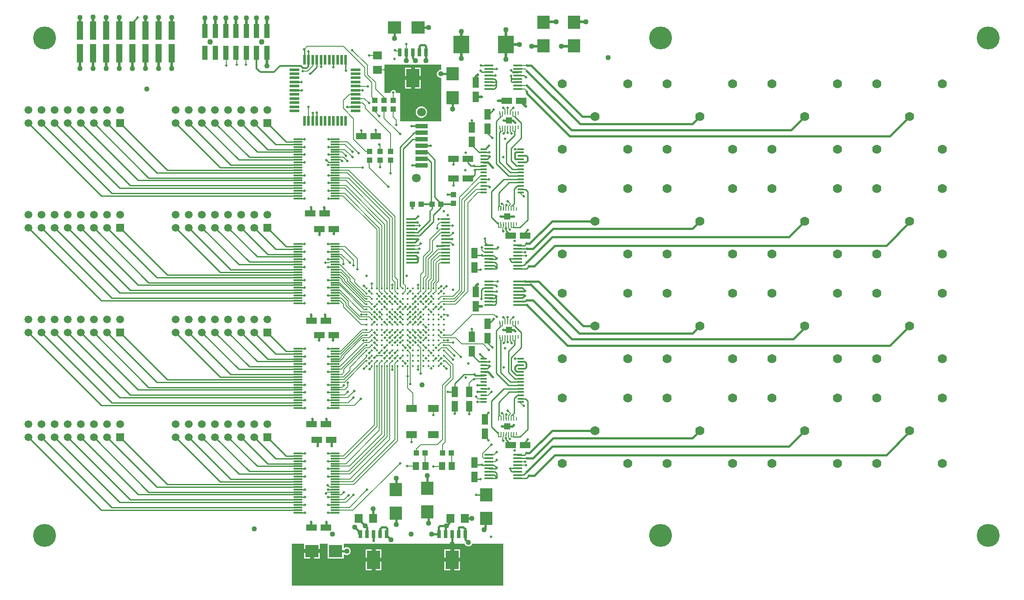
<source format=gtl>
%FSLAX24Y24*%
%MOIN*%
G70*
G01*
G75*
G04 Layer_Physical_Order=1*
G04 Layer_Color=255*
%ADD10C,0.0177*%
%ADD11R,0.0394X0.0433*%
%ADD12R,0.0472X0.0787*%
%ADD13C,0.0400*%
%ADD14R,0.0394X0.1083*%
%ADD15R,0.0500X0.1449*%
%ADD16R,0.1024X0.0945*%
%ADD17R,0.1000X0.1400*%
%ADD18R,0.0300X0.0600*%
%ADD19R,0.0472X0.0472*%
%ADD20R,0.0098X0.0256*%
%ADD21R,0.0492X0.0165*%
%ADD22R,0.0650X0.0118*%
%ADD23R,0.0945X0.1024*%
%ADD24R,0.0787X0.0551*%
%ADD25R,0.0787X0.0472*%
%ADD26R,0.0669X0.0177*%
%ADD27R,0.0669X0.0177*%
%ADD28R,0.0197X0.0748*%
%ADD29R,0.0748X0.0197*%
%ADD30R,0.0945X0.0354*%
%ADD31R,0.0433X0.0394*%
%ADD32R,0.0709X0.0630*%
%ADD33R,0.0630X0.0709*%
%ADD34R,0.0512X0.0630*%
%ADD35R,0.1240X0.1360*%
%ADD36C,0.0060*%
%ADD37C,0.0080*%
%ADD38C,0.0100*%
%ADD39C,0.0120*%
%ADD40C,0.0200*%
%ADD41C,0.0160*%
%ADD42C,0.0110*%
%ADD43C,0.0150*%
%ADD44C,0.1750*%
%ADD45C,0.0433*%
%ADD46C,0.0700*%
%ADD47R,0.0591X0.0591*%
%ADD48C,0.0591*%
%ADD49C,0.0669*%
%ADD50C,0.0200*%
G36*
X62992Y30653D02*
X46850D01*
Y33858D01*
X47783D01*
Y33450D01*
X49006D01*
Y33858D01*
X49594D01*
Y32728D01*
X50817D01*
Y33044D01*
X50862Y33066D01*
X50899Y33038D01*
X50972Y33008D01*
X51050Y32997D01*
X51129Y33008D01*
X51202Y33038D01*
X51264Y33086D01*
X51312Y33149D01*
X51343Y33222D01*
X51353Y33300D01*
X51343Y33378D01*
X51312Y33451D01*
X51264Y33514D01*
X51202Y33562D01*
X51129Y33592D01*
X51050Y33603D01*
X50972Y33592D01*
X50899Y33562D01*
X50862Y33534D01*
X50817Y33556D01*
Y33858D01*
X54374D01*
X54429Y33851D01*
X54485Y33858D01*
X60051D01*
X60073Y33805D01*
X60121Y33743D01*
X60183Y33695D01*
X60256Y33664D01*
X60335Y33654D01*
X60413Y33664D01*
X60486Y33695D01*
X60549Y33743D01*
X60597Y33805D01*
X60619Y33858D01*
X62992D01*
Y30653D01*
D02*
G37*
G36*
X58268Y70088D02*
X58231Y70056D01*
X58152Y70046D01*
X58080Y70016D01*
X58017Y69967D01*
X57969Y69905D01*
X57939Y69832D01*
X57928Y69754D01*
X57939Y69675D01*
X57969Y69602D01*
X58017Y69540D01*
X58080Y69491D01*
X58152Y69461D01*
X58231Y69451D01*
X58268Y69419D01*
Y66142D01*
X55118D01*
Y68307D01*
X54825D01*
X54804Y68333D01*
X54788Y68411D01*
X54744Y68477D01*
X54678Y68521D01*
X54600Y68537D01*
X54522Y68521D01*
X54456Y68477D01*
X54412Y68411D01*
X54396Y68333D01*
X54375Y68307D01*
X53937D01*
Y70472D01*
X57031D01*
X57087Y70465D01*
X57142Y70472D01*
X58268D01*
Y70088D01*
D02*
G37*
%LPC*%
G36*
X48244Y33150D02*
X47783D01*
Y32728D01*
X48244D01*
Y33150D01*
D02*
G37*
G36*
X52950Y33431D02*
X52500D01*
Y32782D01*
X52950D01*
Y33431D01*
D02*
G37*
G36*
X49006Y33150D02*
X48544D01*
Y32728D01*
X49006D01*
Y33150D01*
D02*
G37*
G36*
X53700Y32482D02*
X53250D01*
Y31832D01*
X53700D01*
Y32482D01*
D02*
G37*
G36*
X52950D02*
X52500D01*
Y31832D01*
X52950D01*
Y32482D01*
D02*
G37*
G36*
X59700D02*
X59250D01*
Y31832D01*
X59700D01*
Y32482D01*
D02*
G37*
G36*
X58950D02*
X58500D01*
Y31832D01*
X58950D01*
Y32482D01*
D02*
G37*
G36*
X53700Y33431D02*
X53250D01*
Y32782D01*
X53700D01*
Y33431D01*
D02*
G37*
G36*
X56702Y69282D02*
X56252D01*
Y68632D01*
X56702D01*
Y69282D01*
D02*
G37*
G36*
X55952Y70231D02*
X55502D01*
Y69581D01*
X55952D01*
Y70231D01*
D02*
G37*
G36*
X56702D02*
X56252D01*
Y69581D01*
X56702D01*
Y70231D01*
D02*
G37*
G36*
X55952Y69282D02*
X55502D01*
Y68632D01*
X55952D01*
Y69282D01*
D02*
G37*
G36*
X58950Y33431D02*
X58500D01*
Y32782D01*
X58950D01*
Y33431D01*
D02*
G37*
G36*
X59700D02*
X59250D01*
Y32782D01*
X59700D01*
Y33431D01*
D02*
G37*
G36*
X56750Y67271D02*
X56637Y67256D01*
X56531Y67212D01*
X56440Y67143D01*
X56370Y67052D01*
X56327Y66946D01*
X56312Y66833D01*
X56327Y66719D01*
X56370Y66613D01*
X56440Y66523D01*
X56531Y66453D01*
X56637Y66409D01*
X56750Y66394D01*
X56863Y66409D01*
X56969Y66453D01*
X57060Y66523D01*
X57130Y66613D01*
X57173Y66719D01*
X57188Y66833D01*
X57173Y66946D01*
X57130Y67052D01*
X57060Y67143D01*
X56969Y67212D01*
X56863Y67256D01*
X56750Y67271D01*
D02*
G37*
%LPD*%
D10*
X52953Y47441D02*
D03*
X53740Y48228D02*
D03*
X53346D02*
D03*
X55709Y52559D02*
D03*
X56102Y52165D02*
D03*
X56890Y52559D02*
D03*
X56496D02*
D03*
X56102Y52953D02*
D03*
Y53346D02*
D03*
Y52559D02*
D03*
X55709Y52165D02*
D03*
X55315Y52953D02*
D03*
Y53346D02*
D03*
X55709Y47441D02*
D03*
Y48622D02*
D03*
X56496Y49016D02*
D03*
X55709D02*
D03*
X56102Y49409D02*
D03*
X55709D02*
D03*
X54921Y51772D02*
D03*
X56890Y52953D02*
D03*
Y53346D02*
D03*
Y52165D02*
D03*
X57677Y52953D02*
D03*
X57283D02*
D03*
X57677Y53346D02*
D03*
X57283D02*
D03*
X56496Y52165D02*
D03*
X58465Y47441D02*
D03*
Y49409D02*
D03*
Y49803D02*
D03*
Y50197D02*
D03*
Y50591D02*
D03*
Y50984D02*
D03*
Y51378D02*
D03*
Y51772D02*
D03*
Y52165D02*
D03*
Y52559D02*
D03*
Y52953D02*
D03*
Y53346D02*
D03*
X58071Y47441D02*
D03*
Y47835D02*
D03*
Y48228D02*
D03*
Y49803D02*
D03*
Y50197D02*
D03*
Y50591D02*
D03*
Y50984D02*
D03*
Y51378D02*
D03*
Y51772D02*
D03*
Y52165D02*
D03*
Y52559D02*
D03*
Y52953D02*
D03*
Y53346D02*
D03*
X57677Y47441D02*
D03*
Y47835D02*
D03*
Y48622D02*
D03*
Y49016D02*
D03*
Y50197D02*
D03*
Y50591D02*
D03*
Y50984D02*
D03*
Y51378D02*
D03*
Y51772D02*
D03*
Y52165D02*
D03*
Y52559D02*
D03*
X57283Y47441D02*
D03*
Y47835D02*
D03*
Y48228D02*
D03*
Y48622D02*
D03*
Y49016D02*
D03*
Y49803D02*
D03*
Y50197D02*
D03*
Y50591D02*
D03*
Y50984D02*
D03*
Y51378D02*
D03*
Y51772D02*
D03*
Y52165D02*
D03*
Y52559D02*
D03*
X56890Y47441D02*
D03*
Y47835D02*
D03*
Y48228D02*
D03*
Y48622D02*
D03*
Y49016D02*
D03*
Y49409D02*
D03*
Y49803D02*
D03*
Y50197D02*
D03*
Y50591D02*
D03*
Y50984D02*
D03*
Y51378D02*
D03*
Y51772D02*
D03*
X56496Y47441D02*
D03*
Y47835D02*
D03*
Y48228D02*
D03*
Y48622D02*
D03*
Y49409D02*
D03*
Y49803D02*
D03*
Y50197D02*
D03*
Y50591D02*
D03*
Y50984D02*
D03*
Y51378D02*
D03*
Y51772D02*
D03*
Y52953D02*
D03*
Y53346D02*
D03*
X56102Y47441D02*
D03*
Y47835D02*
D03*
Y48228D02*
D03*
Y48622D02*
D03*
Y49016D02*
D03*
Y49803D02*
D03*
Y50197D02*
D03*
Y50591D02*
D03*
Y50984D02*
D03*
Y51378D02*
D03*
Y51772D02*
D03*
X55709Y47835D02*
D03*
Y48228D02*
D03*
Y49803D02*
D03*
Y50197D02*
D03*
Y50591D02*
D03*
Y50984D02*
D03*
Y51378D02*
D03*
Y51772D02*
D03*
Y52953D02*
D03*
Y53346D02*
D03*
X55315Y47441D02*
D03*
Y47835D02*
D03*
Y49016D02*
D03*
Y49409D02*
D03*
Y49803D02*
D03*
Y50197D02*
D03*
Y50591D02*
D03*
Y50984D02*
D03*
Y51378D02*
D03*
Y51772D02*
D03*
Y52165D02*
D03*
Y52559D02*
D03*
X54921Y49016D02*
D03*
Y49409D02*
D03*
Y49803D02*
D03*
Y50197D02*
D03*
Y50591D02*
D03*
Y50984D02*
D03*
Y51378D02*
D03*
Y52165D02*
D03*
Y52559D02*
D03*
Y52953D02*
D03*
Y53346D02*
D03*
X54528Y47441D02*
D03*
Y49016D02*
D03*
Y49409D02*
D03*
Y49803D02*
D03*
Y50197D02*
D03*
Y50591D02*
D03*
Y50984D02*
D03*
Y51378D02*
D03*
Y51772D02*
D03*
Y52165D02*
D03*
Y52559D02*
D03*
Y52953D02*
D03*
Y53346D02*
D03*
X54134Y49016D02*
D03*
Y50197D02*
D03*
Y50591D02*
D03*
Y51772D02*
D03*
Y52165D02*
D03*
Y52559D02*
D03*
Y52953D02*
D03*
Y53346D02*
D03*
X53740Y48622D02*
D03*
Y50591D02*
D03*
Y52165D02*
D03*
Y52559D02*
D03*
Y52953D02*
D03*
Y53346D02*
D03*
X53346Y49016D02*
D03*
Y50591D02*
D03*
Y52953D02*
D03*
Y53346D02*
D03*
X52953Y47835D02*
D03*
Y49803D02*
D03*
Y50591D02*
D03*
Y52953D02*
D03*
Y53346D02*
D03*
X52559Y47441D02*
D03*
Y49409D02*
D03*
Y49803D02*
D03*
Y51378D02*
D03*
Y53346D02*
D03*
X52953Y51378D02*
D03*
X52559Y50984D02*
D03*
X52953D02*
D03*
X52559Y50591D02*
D03*
X54134Y50984D02*
D03*
X52559Y52165D02*
D03*
Y51772D02*
D03*
X52953D02*
D03*
X53346Y50984D02*
D03*
X53740Y51772D02*
D03*
X52559Y52559D02*
D03*
X52953Y52165D02*
D03*
X53346Y51378D02*
D03*
X54134D02*
D03*
X52559Y52953D02*
D03*
X52953Y52559D02*
D03*
X53346D02*
D03*
Y51772D02*
D03*
Y52165D02*
D03*
X53740Y51378D02*
D03*
Y50984D02*
D03*
X53346Y50197D02*
D03*
X53740D02*
D03*
Y49803D02*
D03*
X54134D02*
D03*
X52559Y50197D02*
D03*
X52953D02*
D03*
X53346Y49803D02*
D03*
X52953Y49409D02*
D03*
X52559Y49016D02*
D03*
X52953D02*
D03*
X52559Y48622D02*
D03*
Y48228D02*
D03*
Y47835D02*
D03*
X53740Y49409D02*
D03*
X54134D02*
D03*
X53740Y49016D02*
D03*
X53346Y49409D02*
D03*
X52953Y48622D02*
D03*
X53346D02*
D03*
X52953Y48228D02*
D03*
X53346Y47835D02*
D03*
X53740D02*
D03*
X54134D02*
D03*
X54528D02*
D03*
X54921D02*
D03*
X53346Y47441D02*
D03*
X53740D02*
D03*
X54134D02*
D03*
X54921D02*
D03*
X55315Y48622D02*
D03*
X54134D02*
D03*
X54528D02*
D03*
X54134Y48228D02*
D03*
X54528D02*
D03*
X54921D02*
D03*
Y48622D02*
D03*
X55315Y48228D02*
D03*
X57677D02*
D03*
Y49803D02*
D03*
X58465Y48228D02*
D03*
Y47835D02*
D03*
Y48622D02*
D03*
X57677Y49409D02*
D03*
X58071Y48622D02*
D03*
X57283Y49409D02*
D03*
X58071D02*
D03*
Y49016D02*
D03*
X58465D02*
D03*
D11*
X54400Y63165D02*
D03*
Y63835D02*
D03*
X53600Y63165D02*
D03*
Y63835D02*
D03*
X53900Y67735D02*
D03*
Y67065D02*
D03*
X54600Y67065D02*
D03*
Y67735D02*
D03*
X52800Y63165D02*
D03*
Y63835D02*
D03*
X53200Y67065D02*
D03*
Y67735D02*
D03*
X59200Y60535D02*
D03*
Y59865D02*
D03*
D12*
X61600Y43351D02*
D03*
Y42249D02*
D03*
X61800Y49549D02*
D03*
Y65549D02*
D03*
X60600Y65651D02*
D03*
Y64549D02*
D03*
X60900Y53100D02*
D03*
X60400Y45451D02*
D03*
X60800Y40051D02*
D03*
X60600Y48549D02*
D03*
X60900Y69100D02*
D03*
X61800Y66651D02*
D03*
X60800Y56051D02*
D03*
X60900Y67998D02*
D03*
Y51998D02*
D03*
X60400Y44349D02*
D03*
X61800Y50651D02*
D03*
X60800Y54949D02*
D03*
Y38949D02*
D03*
X60600Y49651D02*
D03*
X59300Y45451D02*
D03*
Y44349D02*
D03*
D13*
X56800Y46000D02*
D03*
X35800Y68600D02*
D03*
X44000Y35000D02*
D03*
X71000Y71000D02*
D03*
X44962Y70361D02*
D03*
X40238Y74039D02*
D03*
X41025D02*
D03*
X41813D02*
D03*
X42600D02*
D03*
X43387D02*
D03*
X44175D02*
D03*
X44962D02*
D03*
X37700Y74076D02*
D03*
X36700D02*
D03*
X35700D02*
D03*
X33700D02*
D03*
X32700D02*
D03*
X31700Y74100D02*
D03*
X30700Y74076D02*
D03*
Y70150D02*
D03*
X31700D02*
D03*
X32700Y70174D02*
D03*
X33700Y70150D02*
D03*
X34700D02*
D03*
X35700D02*
D03*
X36700D02*
D03*
X37700D02*
D03*
X54694Y72471D02*
D03*
X55600Y70778D02*
D03*
X56299Y70768D02*
D03*
X57087D02*
D03*
X57310Y73300D02*
D03*
X58231Y69754D02*
D03*
X59126Y67061D02*
D03*
X52461Y35236D02*
D03*
X53051Y36516D02*
D03*
X59100Y33813D02*
D03*
X60335Y33957D02*
D03*
X58661Y35236D02*
D03*
X60603Y35800D02*
D03*
X61516Y34941D02*
D03*
X57526Y34600D02*
D03*
X57283Y35433D02*
D03*
X57185Y39075D02*
D03*
X54823Y38878D02*
D03*
Y35335D02*
D03*
X54429Y34154D02*
D03*
X55958Y34600D02*
D03*
X51673Y35138D02*
D03*
X49954Y34600D02*
D03*
X51050Y33300D02*
D03*
X47539Y33366D02*
D03*
X59810Y73000D02*
D03*
Y70933D02*
D03*
X63190Y73131D02*
D03*
X64227Y72000D02*
D03*
X63192Y70870D02*
D03*
X65161Y71854D02*
D03*
X67425D02*
D03*
X67031Y73724D02*
D03*
X69295D02*
D03*
X55000Y69000D02*
D03*
X57500D02*
D03*
D14*
X40238Y71363D02*
D03*
X41025D02*
D03*
X41813D02*
D03*
X42600D02*
D03*
X43387D02*
D03*
X44175D02*
D03*
X40238Y73037D02*
D03*
X41025D02*
D03*
X41813D02*
D03*
X42600D02*
D03*
X43387D02*
D03*
X44175D02*
D03*
X44962Y71363D02*
D03*
Y73037D02*
D03*
D15*
X30700Y73074D02*
D03*
Y71326D02*
D03*
X31700Y73074D02*
D03*
Y71326D02*
D03*
X32700Y73074D02*
D03*
Y71326D02*
D03*
X33700Y73074D02*
D03*
Y71326D02*
D03*
X34700Y73074D02*
D03*
Y71326D02*
D03*
X35700Y73074D02*
D03*
Y71326D02*
D03*
X36700Y73074D02*
D03*
Y71326D02*
D03*
X37700Y73074D02*
D03*
Y71326D02*
D03*
D16*
X56506Y73300D02*
D03*
X54694D02*
D03*
X50206Y33300D02*
D03*
X48394D02*
D03*
D17*
X53100Y32631D02*
D03*
X59100D02*
D03*
X56102Y69432D02*
D03*
D18*
X53600Y34600D02*
D03*
X52100D02*
D03*
X54100D02*
D03*
X52600D02*
D03*
X53100D02*
D03*
X59100D02*
D03*
X58600D02*
D03*
X60100D02*
D03*
X58100D02*
D03*
X59600D02*
D03*
X56102Y71400D02*
D03*
X55602D02*
D03*
X57102D02*
D03*
X55102D02*
D03*
X56602D02*
D03*
D19*
X63310Y42820D02*
D03*
X63300Y58850D02*
D03*
X63432Y66200D02*
D03*
Y50200D02*
D03*
D20*
X62621Y42270D02*
D03*
X62818D02*
D03*
X63015D02*
D03*
X63212D02*
D03*
X63408D02*
D03*
X63605D02*
D03*
X63802D02*
D03*
X63999D02*
D03*
Y43392D02*
D03*
X63802D02*
D03*
X63605D02*
D03*
X63408D02*
D03*
X63212D02*
D03*
X63015D02*
D03*
X62818D02*
D03*
X62621D02*
D03*
X62611Y58300D02*
D03*
X62808D02*
D03*
X63005D02*
D03*
X63202D02*
D03*
X63398D02*
D03*
X63595D02*
D03*
X63792D02*
D03*
X63989D02*
D03*
Y59422D02*
D03*
X63792D02*
D03*
X63595D02*
D03*
X63398D02*
D03*
X63202D02*
D03*
X63005D02*
D03*
X62808D02*
D03*
X62611D02*
D03*
X62743Y65650D02*
D03*
X62940D02*
D03*
X63136D02*
D03*
X63333D02*
D03*
X63530D02*
D03*
X63727D02*
D03*
X63924D02*
D03*
X64121D02*
D03*
Y66772D02*
D03*
X63924D02*
D03*
X63727D02*
D03*
X63530D02*
D03*
X63333D02*
D03*
X63136D02*
D03*
X62940D02*
D03*
X62743D02*
D03*
Y49650D02*
D03*
X62940D02*
D03*
X63136D02*
D03*
X63333D02*
D03*
X63530D02*
D03*
X63727D02*
D03*
X63924D02*
D03*
X64121D02*
D03*
Y50772D02*
D03*
X63924D02*
D03*
X63727D02*
D03*
X63530D02*
D03*
X63333D02*
D03*
X63136D02*
D03*
X62940D02*
D03*
X62743D02*
D03*
D21*
X61500Y46982D02*
D03*
Y62982D02*
D03*
Y47750D02*
D03*
X64335D02*
D03*
Y47494D02*
D03*
Y47238D02*
D03*
Y46982D02*
D03*
X61500Y46726D02*
D03*
Y46470D02*
D03*
Y46215D02*
D03*
Y45191D02*
D03*
X64335Y44679D02*
D03*
Y48006D02*
D03*
X61500Y47494D02*
D03*
Y47238D02*
D03*
Y45703D02*
D03*
X64335D02*
D03*
Y45191D02*
D03*
Y45959D02*
D03*
Y46215D02*
D03*
Y46470D02*
D03*
Y46726D02*
D03*
Y44935D02*
D03*
Y45447D02*
D03*
Y64006D02*
D03*
X61500Y63750D02*
D03*
X64335D02*
D03*
X61500Y63494D02*
D03*
X64335D02*
D03*
X61500Y63238D02*
D03*
X64335D02*
D03*
Y62982D02*
D03*
X61500Y62726D02*
D03*
X64335D02*
D03*
X61500Y62470D02*
D03*
X64335D02*
D03*
X61500Y62215D02*
D03*
X64335D02*
D03*
Y61959D02*
D03*
X61500Y61703D02*
D03*
X64335D02*
D03*
Y61447D02*
D03*
X61500Y61191D02*
D03*
X64335D02*
D03*
Y60935D02*
D03*
Y60679D02*
D03*
X61500D02*
D03*
Y64006D02*
D03*
Y48006D02*
D03*
Y61959D02*
D03*
Y61447D02*
D03*
Y60935D02*
D03*
Y44679D02*
D03*
Y44935D02*
D03*
Y45959D02*
D03*
Y45447D02*
D03*
D22*
X61907Y68604D02*
D03*
Y68860D02*
D03*
Y69116D02*
D03*
Y69372D02*
D03*
X64093Y69884D02*
D03*
Y69628D02*
D03*
X61907Y70396D02*
D03*
Y70140D02*
D03*
Y69884D02*
D03*
Y69628D02*
D03*
X64093Y70396D02*
D03*
Y70140D02*
D03*
Y69372D02*
D03*
Y69116D02*
D03*
Y68860D02*
D03*
Y68604D02*
D03*
X61907Y40646D02*
D03*
Y40390D02*
D03*
Y40134D02*
D03*
Y39878D02*
D03*
Y39622D02*
D03*
X64093Y40646D02*
D03*
Y40390D02*
D03*
Y39622D02*
D03*
Y39366D02*
D03*
Y39110D02*
D03*
Y38854D02*
D03*
X61907Y56646D02*
D03*
Y56390D02*
D03*
Y56134D02*
D03*
Y55878D02*
D03*
Y55622D02*
D03*
X64093Y56646D02*
D03*
Y56390D02*
D03*
Y55622D02*
D03*
Y55366D02*
D03*
Y55110D02*
D03*
Y54854D02*
D03*
X47323Y64764D02*
D03*
Y64567D02*
D03*
Y64370D02*
D03*
Y64173D02*
D03*
Y63976D02*
D03*
Y63780D02*
D03*
Y63583D02*
D03*
Y63386D02*
D03*
Y63189D02*
D03*
Y62992D02*
D03*
Y62795D02*
D03*
Y62598D02*
D03*
Y62402D02*
D03*
Y62205D02*
D03*
Y62008D02*
D03*
Y61811D02*
D03*
Y61614D02*
D03*
Y61417D02*
D03*
Y61220D02*
D03*
Y61024D02*
D03*
Y60827D02*
D03*
Y60630D02*
D03*
Y60433D02*
D03*
Y60236D02*
D03*
X50177Y64764D02*
D03*
Y64567D02*
D03*
Y64370D02*
D03*
Y64173D02*
D03*
Y63976D02*
D03*
Y63780D02*
D03*
Y63583D02*
D03*
Y63386D02*
D03*
Y63189D02*
D03*
Y62992D02*
D03*
Y62795D02*
D03*
Y62598D02*
D03*
Y62402D02*
D03*
Y62205D02*
D03*
Y62008D02*
D03*
Y61811D02*
D03*
Y61614D02*
D03*
Y61417D02*
D03*
Y61220D02*
D03*
Y61024D02*
D03*
Y60827D02*
D03*
Y60630D02*
D03*
Y60433D02*
D03*
Y60236D02*
D03*
X47323Y48764D02*
D03*
Y48567D02*
D03*
Y48370D02*
D03*
Y48173D02*
D03*
Y47976D02*
D03*
Y47780D02*
D03*
Y47583D02*
D03*
Y47386D02*
D03*
Y47189D02*
D03*
Y46992D02*
D03*
Y46795D02*
D03*
Y46598D02*
D03*
Y46402D02*
D03*
Y46205D02*
D03*
Y46008D02*
D03*
Y45811D02*
D03*
Y45614D02*
D03*
Y45417D02*
D03*
Y45220D02*
D03*
Y45024D02*
D03*
Y44827D02*
D03*
Y44630D02*
D03*
Y44433D02*
D03*
Y44236D02*
D03*
X50177Y48764D02*
D03*
Y48567D02*
D03*
Y48370D02*
D03*
Y48173D02*
D03*
Y47976D02*
D03*
Y47780D02*
D03*
Y47583D02*
D03*
Y47386D02*
D03*
Y47189D02*
D03*
Y46992D02*
D03*
Y46795D02*
D03*
Y46598D02*
D03*
Y46402D02*
D03*
Y46205D02*
D03*
Y46008D02*
D03*
Y45811D02*
D03*
Y45614D02*
D03*
Y45417D02*
D03*
Y45220D02*
D03*
Y45024D02*
D03*
Y44827D02*
D03*
Y44630D02*
D03*
Y44433D02*
D03*
Y44236D02*
D03*
X47323Y56764D02*
D03*
Y56567D02*
D03*
Y56370D02*
D03*
Y56173D02*
D03*
Y55976D02*
D03*
Y55780D02*
D03*
Y55583D02*
D03*
Y55386D02*
D03*
Y55189D02*
D03*
Y54992D02*
D03*
Y54795D02*
D03*
Y54598D02*
D03*
Y54402D02*
D03*
Y54205D02*
D03*
Y54008D02*
D03*
Y53811D02*
D03*
Y53614D02*
D03*
Y53417D02*
D03*
Y53220D02*
D03*
Y53024D02*
D03*
Y52827D02*
D03*
Y52630D02*
D03*
Y52433D02*
D03*
Y52236D02*
D03*
X50177Y56764D02*
D03*
Y56567D02*
D03*
Y56370D02*
D03*
Y56173D02*
D03*
Y55976D02*
D03*
Y55780D02*
D03*
Y55583D02*
D03*
Y55386D02*
D03*
Y55189D02*
D03*
Y54992D02*
D03*
Y54795D02*
D03*
Y54598D02*
D03*
Y54402D02*
D03*
Y54205D02*
D03*
Y54008D02*
D03*
Y53811D02*
D03*
Y53614D02*
D03*
Y53417D02*
D03*
Y53220D02*
D03*
Y53024D02*
D03*
Y52827D02*
D03*
Y52630D02*
D03*
Y52433D02*
D03*
Y52236D02*
D03*
Y36236D02*
D03*
Y36433D02*
D03*
Y36630D02*
D03*
Y36827D02*
D03*
Y37024D02*
D03*
Y37220D02*
D03*
Y37417D02*
D03*
Y37614D02*
D03*
Y37811D02*
D03*
Y38008D02*
D03*
Y38205D02*
D03*
Y38402D02*
D03*
Y38598D02*
D03*
Y38795D02*
D03*
Y38992D02*
D03*
Y39189D02*
D03*
Y39386D02*
D03*
Y39583D02*
D03*
Y39780D02*
D03*
Y39976D02*
D03*
Y40173D02*
D03*
Y40370D02*
D03*
Y40567D02*
D03*
Y40764D02*
D03*
X47323Y36236D02*
D03*
Y36433D02*
D03*
Y36630D02*
D03*
Y36827D02*
D03*
Y37024D02*
D03*
Y37220D02*
D03*
Y37417D02*
D03*
Y37614D02*
D03*
Y37811D02*
D03*
Y38008D02*
D03*
Y38205D02*
D03*
Y38402D02*
D03*
Y38598D02*
D03*
Y38795D02*
D03*
Y38992D02*
D03*
Y39189D02*
D03*
Y39386D02*
D03*
Y39583D02*
D03*
Y39780D02*
D03*
Y39976D02*
D03*
Y40173D02*
D03*
Y40370D02*
D03*
Y40567D02*
D03*
Y40764D02*
D03*
X64093Y55878D02*
D03*
Y56134D02*
D03*
X61907Y55366D02*
D03*
Y55110D02*
D03*
Y54854D02*
D03*
X64093Y39878D02*
D03*
Y40134D02*
D03*
X61907Y39366D02*
D03*
Y39110D02*
D03*
Y38854D02*
D03*
Y53896D02*
D03*
Y53640D02*
D03*
Y53384D02*
D03*
Y53128D02*
D03*
Y52872D02*
D03*
Y52616D02*
D03*
Y52360D02*
D03*
Y52104D02*
D03*
X64093Y53896D02*
D03*
Y53640D02*
D03*
Y53384D02*
D03*
Y53128D02*
D03*
Y52872D02*
D03*
Y52616D02*
D03*
Y52360D02*
D03*
Y52104D02*
D03*
D23*
X61700Y35794D02*
D03*
Y37606D02*
D03*
X59126Y67943D02*
D03*
Y69754D02*
D03*
X54800Y38006D02*
D03*
Y36194D02*
D03*
X57200Y38106D02*
D03*
Y36294D02*
D03*
X68400Y71894D02*
D03*
Y73706D02*
D03*
X66050Y71894D02*
D03*
Y73706D02*
D03*
D24*
X57654Y44200D02*
D03*
X56000D02*
D03*
X57654Y42200D02*
D03*
X56000D02*
D03*
D25*
X48949Y49800D02*
D03*
X50051D02*
D03*
X49451Y43000D02*
D03*
X48349D02*
D03*
X49351Y59100D02*
D03*
X48249D02*
D03*
X53251Y65000D02*
D03*
X52149D02*
D03*
X48749Y41800D02*
D03*
X49851D02*
D03*
X49451Y35100D02*
D03*
X48349D02*
D03*
X49451Y50900D02*
D03*
X48349D02*
D03*
X48949Y57900D02*
D03*
X50051D02*
D03*
X63549Y41400D02*
D03*
X63249Y67700D02*
D03*
X59199Y63250D02*
D03*
X60301D02*
D03*
X64351Y67700D02*
D03*
X64651Y41400D02*
D03*
Y57400D02*
D03*
X63549D02*
D03*
X60301Y61750D02*
D03*
X59199D02*
D03*
D26*
X55911Y58663D02*
D03*
D27*
Y58407D02*
D03*
Y58152D02*
D03*
Y57896D02*
D03*
Y57640D02*
D03*
Y57384D02*
D03*
Y57128D02*
D03*
Y56872D02*
D03*
Y56616D02*
D03*
Y56360D02*
D03*
Y56104D02*
D03*
Y55848D02*
D03*
Y55593D02*
D03*
Y55337D02*
D03*
X58589Y58663D02*
D03*
Y58407D02*
D03*
Y58152D02*
D03*
Y57896D02*
D03*
Y57640D02*
D03*
Y57384D02*
D03*
Y57128D02*
D03*
Y56872D02*
D03*
Y56616D02*
D03*
Y56360D02*
D03*
Y56104D02*
D03*
Y55848D02*
D03*
Y55593D02*
D03*
Y55337D02*
D03*
D28*
X50975Y70843D02*
D03*
X50660D02*
D03*
X50345D02*
D03*
X50030D02*
D03*
X49715D02*
D03*
X49400D02*
D03*
X49085D02*
D03*
X48770D02*
D03*
X48455D02*
D03*
X48140D02*
D03*
X47825D02*
D03*
X50975Y66157D02*
D03*
X50660D02*
D03*
X50345D02*
D03*
X50030D02*
D03*
X49715D02*
D03*
X49400D02*
D03*
X49085D02*
D03*
X48770D02*
D03*
X48455D02*
D03*
X48140D02*
D03*
X47825D02*
D03*
D29*
X51743Y68500D02*
D03*
Y68815D02*
D03*
X47057Y70075D02*
D03*
Y69760D02*
D03*
Y69445D02*
D03*
Y69130D02*
D03*
Y68815D02*
D03*
Y68500D02*
D03*
Y68185D02*
D03*
Y67870D02*
D03*
Y67555D02*
D03*
Y67240D02*
D03*
Y66925D02*
D03*
X51743Y70075D02*
D03*
Y69760D02*
D03*
Y69445D02*
D03*
Y69130D02*
D03*
Y68185D02*
D03*
Y67870D02*
D03*
Y67555D02*
D03*
Y67240D02*
D03*
Y66925D02*
D03*
D30*
X56750Y65750D02*
D03*
Y65250D02*
D03*
Y64750D02*
D03*
Y64250D02*
D03*
Y63750D02*
D03*
Y63250D02*
D03*
Y62750D02*
D03*
D31*
X56065Y59800D02*
D03*
X56735D02*
D03*
X58235D02*
D03*
X57565D02*
D03*
X59035Y40800D02*
D03*
X58365D02*
D03*
X56365D02*
D03*
X57035D02*
D03*
D32*
X53400Y70049D02*
D03*
Y71151D02*
D03*
D33*
X53051Y35800D02*
D03*
X51949D02*
D03*
X60051D02*
D03*
X58949D02*
D03*
D34*
X57074Y39800D02*
D03*
X56326D02*
D03*
X59074D02*
D03*
X58326D02*
D03*
D35*
X59810Y72000D02*
D03*
X63190D02*
D03*
D36*
X52800Y47200D02*
X52953Y47353D01*
Y47441D01*
X53150Y48050D02*
X53350Y48250D01*
X53346Y48228D02*
X53740D01*
X53600Y62640D02*
Y63246D01*
X58667Y51378D02*
X58763Y51282D01*
X58465Y51378D02*
X58667D01*
X58465Y51378D02*
Y51378D01*
X55709Y45768D02*
Y47441D01*
X51873Y54823D02*
Y55613D01*
X57677Y43701D02*
Y44193D01*
X56000Y41638D02*
Y42200D01*
Y44200D02*
X56102Y44302D01*
Y45374D01*
X55709Y45768D02*
X56102Y45374D01*
X58563Y56890D02*
X58957D01*
X56890Y51772D02*
X57087Y51968D01*
X57283Y52165D02*
X57480Y52362D01*
X58465Y53346D02*
X58661Y53543D01*
X58071Y52953D02*
X58268Y53150D01*
X58071Y52953D02*
X58071D01*
X55709Y51772D02*
X55906Y51968D01*
X55709Y51772D02*
X55709D01*
X55906Y53150D02*
X55906D01*
X55709Y52953D02*
X55906Y53150D01*
X55906Y58169D02*
X56594D01*
X56102Y51772D02*
X56299Y51968D01*
X56102Y51772D02*
X56102D01*
X58169Y58407D02*
X58589D01*
X57972Y58211D02*
X58169Y58407D01*
X57972Y57972D02*
Y58211D01*
X58589Y58152D02*
X59136D01*
X57382Y57087D02*
X58191Y57896D01*
X57382Y56299D02*
Y57087D01*
X56890Y54626D02*
Y55807D01*
X56890D02*
X57382Y56299D01*
X57579Y56988D02*
X58230Y57640D01*
X57579Y56201D02*
Y56988D01*
X57087Y55709D02*
X57579Y56201D01*
X57087Y54331D02*
Y55709D01*
X58230Y57640D02*
X58589D01*
X59055Y57128D02*
X59096D01*
X58957Y56890D02*
X59154Y56693D01*
X58563Y57382D02*
X58589D01*
X58959Y57384D02*
X59154Y57579D01*
X58589Y57384D02*
X58959D01*
X58071Y58661D02*
X58563D01*
X55911Y57896D02*
X56376D01*
X56693Y52362D02*
X56890Y52165D01*
X56890D01*
X56102D02*
X56299Y52362D01*
X56102Y52165D02*
X56102D01*
X56557Y56360D02*
X56594Y56398D01*
X55911Y56360D02*
X56557D01*
X56518Y56616D02*
X56693Y56791D01*
X55911Y56616D02*
X56518D01*
X55906Y56890D02*
X55911D01*
X58465Y56594D02*
X58661D01*
X55911Y58407D02*
X56004D01*
X56890Y52559D02*
X57087Y52756D01*
X56496Y52559D02*
X56693Y52756D01*
X56102Y52559D02*
X56299Y52756D01*
X56102Y52559D02*
X56102D01*
X56496Y53346D02*
Y53642D01*
X56693Y53150D02*
Y54429D01*
X56890Y54626D01*
X58191Y57896D02*
X58589D01*
X56890Y53346D02*
Y54134D01*
X57087Y54331D01*
Y53150D02*
Y54035D01*
X57274Y54223D02*
Y55601D01*
X57087Y54035D02*
X57274Y54223D01*
Y55601D02*
X58033Y56360D01*
X57480Y55512D02*
X58073Y56104D01*
X57480Y54134D02*
Y55512D01*
X57283Y53937D02*
X57480Y54134D01*
X57283Y53346D02*
Y53937D01*
X57677Y55413D02*
X58112Y55848D01*
X57480Y53150D02*
Y53839D01*
X57677Y54035D02*
Y55413D01*
X57480Y53839D02*
X57677Y54035D01*
X58152Y55593D02*
X58589D01*
X57874Y53937D02*
Y55315D01*
X57677Y53740D02*
X57874Y53937D01*
X57677Y53346D02*
Y53740D01*
X57874Y55315D02*
X58152Y55593D01*
X57874Y53150D02*
Y53740D01*
X58071Y53937D02*
Y55217D01*
X57874Y53740D02*
X58071Y53937D01*
Y55217D02*
X58191Y55337D01*
X56496Y52953D02*
X56693Y53150D01*
X56496Y52953D02*
X56496D01*
X55315D02*
X55512Y53150D01*
X55315Y52953D02*
X55315D01*
X50177Y62598D02*
X52264D01*
X54921Y51772D02*
X55118Y51968D01*
X56890Y53346D02*
X56890Y53346D01*
Y52953D02*
X57087Y53150D01*
X57087D01*
X57283Y52953D02*
X57480Y53150D01*
X57480D01*
X57677Y53346D02*
X57677Y53346D01*
Y52953D02*
X57874Y53150D01*
X57874D01*
X58033Y56360D02*
X58589D01*
X58073Y56104D02*
X58589D01*
X58112Y55848D02*
X58589D01*
X58191Y55337D02*
X58589D01*
X55315Y52165D02*
Y52171D01*
X55121Y52365D02*
X55315Y52171D01*
X51088Y64567D02*
X51971Y63684D01*
X50177Y64567D02*
X51088D01*
X54727Y52753D02*
X54921Y52559D01*
X54727Y52753D02*
Y52758D01*
X54921Y52165D02*
Y52171D01*
X54727Y52365D02*
X54921Y52171D01*
X54528Y52559D02*
Y52564D01*
X54333Y52758D02*
X54528Y52564D01*
Y52165D02*
Y52171D01*
X54333Y52365D02*
X54528Y52171D01*
X54134Y52559D02*
Y52564D01*
X53940Y52758D02*
X54134Y52564D01*
Y52165D02*
Y52171D01*
X53940Y52365D02*
X54134Y52171D01*
X50891Y64370D02*
X51479Y63783D01*
X50177Y64370D02*
X50891D01*
X50891Y63976D02*
X51479Y63389D01*
X50177Y63976D02*
X50891D01*
X50691Y63783D02*
X50987Y63487D01*
X50199Y63783D02*
X50691D01*
X50793Y63386D02*
X51085Y63094D01*
X50177Y63386D02*
X50793D01*
X50596Y63189D02*
X50691Y63094D01*
X50177Y63189D02*
X50596D01*
X49612Y62795D02*
X50177D01*
X54727Y53152D02*
X54921Y52958D01*
Y52953D02*
Y52958D01*
X50177Y62402D02*
X51187D01*
X50177Y62205D02*
X51088D01*
X54333Y53152D02*
Y58664D01*
Y53152D02*
X54528Y52958D01*
Y52953D02*
Y52958D01*
X50990Y61614D02*
X54134Y58470D01*
Y53346D02*
Y58470D01*
X53940Y53152D02*
Y58271D01*
Y53152D02*
X54134Y52958D01*
Y52953D02*
Y52958D01*
X53743Y53644D02*
Y58172D01*
X53740Y53346D02*
Y53839D01*
X53543Y53155D02*
Y57978D01*
X50891Y60630D02*
X53543Y57978D01*
Y53155D02*
X53740Y52958D01*
Y52953D02*
Y52958D01*
X50767Y60433D02*
X53346Y57854D01*
Y53346D02*
Y57854D01*
X51187Y61811D02*
X54333Y58664D01*
X50177Y61811D02*
X51187D01*
X50177Y61614D02*
X50990D01*
X50177Y60630D02*
X50891D01*
X50990Y61220D02*
X53940Y58271D01*
X50177Y61220D02*
X50990D01*
X50891Y61024D02*
X53743Y58172D01*
X50177Y61024D02*
X50891D01*
X50177Y60433D02*
X50767D01*
X50177Y52433D02*
X50525D01*
X50177Y52630D02*
X50623D01*
X50177Y53024D02*
X50525D01*
X50177Y53614D02*
X50525D01*
X52365Y51774D01*
X50177Y53811D02*
X50498D01*
X52338Y51971D01*
X52758D01*
X50177Y54205D02*
X50525D01*
X50177Y54402D02*
X50525D01*
X52463Y52365D02*
X52758D01*
X50525Y54205D02*
X50691Y54038D01*
Y53940D02*
Y54038D01*
X50177Y53220D02*
X50525D01*
X52168Y51577D01*
X52753D01*
X50177Y54598D02*
X50623D01*
X50525Y54402D02*
X50888Y54038D01*
Y53940D02*
Y54038D01*
Y53940D02*
X52463Y52365D01*
X50623Y54598D02*
X51093Y54128D01*
Y53931D02*
Y54128D01*
X50177Y54795D02*
X50623D01*
X51282Y54137D01*
Y53940D02*
Y54137D01*
Y53940D02*
X52463Y52758D01*
X52758D01*
X50177Y55189D02*
X50525D01*
X52758Y51179D02*
Y51184D01*
Y51179D02*
X52953Y50984D01*
X52753Y51577D02*
X52953Y51378D01*
X52365Y51774D02*
X52557D01*
X52758Y51966D02*
Y51971D01*
Y51966D02*
X52953Y51772D01*
X52466Y52165D02*
X52559D01*
X50691Y53940D02*
X52466Y52165D01*
X52758Y52360D02*
Y52365D01*
Y52360D02*
X52953Y52165D01*
X52466Y52559D02*
X52559D01*
X51093Y53931D02*
X52466Y52559D01*
X52758Y52753D02*
Y52758D01*
Y52753D02*
X52953Y52559D01*
X51676Y53836D02*
Y54038D01*
X50525Y55189D02*
X51676Y54038D01*
Y53836D02*
X52559Y52953D01*
Y53346D02*
Y53352D01*
X52365Y53546D02*
X52559Y53352D01*
X52953Y52953D02*
Y52958D01*
X52758Y53152D02*
X52953Y52958D01*
X49775Y55386D02*
X50177D01*
X49707Y55318D02*
X49775Y55386D01*
X49412Y55318D02*
X49707D01*
X50177Y55780D02*
X50525D01*
X50790Y55515D01*
Y55219D02*
Y55515D01*
X50177Y55976D02*
X50623D01*
X51282Y55318D01*
X50177Y56370D02*
X50722D01*
X51577Y55515D01*
Y55121D02*
Y55515D01*
X50177Y56567D02*
X50919D01*
X51873Y55613D01*
X53152Y51184D02*
X53346Y50989D01*
Y50984D02*
Y50989D01*
X53546Y51184D02*
X53740Y50989D01*
Y50984D02*
Y50989D01*
X53152Y51577D02*
X53346Y51383D01*
Y51378D02*
Y51383D01*
X53546Y51577D02*
X53740Y51383D01*
Y51378D02*
Y51383D01*
X53152Y51971D02*
Y51971D01*
X53346Y52165D01*
X50177Y47386D02*
X50536D01*
X52365Y49215D01*
X52758D01*
X50177Y48567D02*
X50585D01*
X52217Y50199D01*
X50585Y48370D02*
X52217Y50002D01*
X50177Y48370D02*
X50585D01*
X52217Y50002D02*
X52758D01*
X50177Y47976D02*
X50535D01*
X50177Y47780D02*
X50535D01*
X50683Y46795D02*
X50837Y46949D01*
X50177Y46795D02*
X50683D01*
X50177Y46598D02*
X50781D01*
X51280Y47096D01*
Y47343D01*
X52362Y48425D01*
X50177Y46402D02*
X50831D01*
X50177Y46205D02*
X50880D01*
X52217Y50199D02*
X52557D01*
X52758Y50002D02*
Y50003D01*
X52758Y50003D02*
X52953Y50197D01*
X52758Y49609D02*
Y49609D01*
X52953Y49803D01*
X52758Y49215D02*
Y49215D01*
X52953Y49409D01*
X52758Y48821D02*
X52953Y49016D01*
X52463Y48821D02*
X52758D01*
X52362Y48425D02*
Y48425D01*
X52559Y48622D01*
X52510Y47835D02*
X52559D01*
X50880Y46205D02*
X52510Y47835D01*
X52559Y48130D02*
Y48228D01*
X50831Y46402D02*
X52559Y48130D01*
X50837Y47195D02*
X52463Y48821D01*
X50837Y46949D02*
Y47195D01*
X50634Y47189D02*
X52461Y49016D01*
X52559D01*
X50177Y47189D02*
X50634D01*
X50177Y45811D02*
X50683D01*
X50837Y45965D01*
X50177Y45614D02*
X50880D01*
X51132Y45866D01*
Y46161D01*
X50177Y45220D02*
X50880D01*
X51132Y45472D01*
X50197Y45030D02*
X51132D01*
X51624Y45522D01*
X50177Y44630D02*
X51175D01*
X51575Y45030D01*
X50177Y44433D02*
X51618D01*
X52116Y44931D01*
X52335Y49409D02*
X52559D01*
X52264Y49803D02*
X52559D01*
X52756Y48032D02*
Y48032D01*
X52953Y48228D01*
X52756Y48425D02*
Y48425D01*
X52953Y48622D01*
X53150Y48819D02*
Y48819D01*
Y48819D02*
X53346Y48622D01*
X53150Y49213D02*
X53346Y49016D01*
X53150Y49606D02*
X53346Y49409D01*
X53150Y50000D02*
X53346Y49803D01*
X50535Y47780D02*
X50840Y48085D01*
Y48210D01*
X52239Y49609D01*
X52758D01*
X50640Y48081D02*
Y48179D01*
X50535Y47976D02*
X50640Y48081D01*
Y48179D02*
X52264Y49803D01*
X50177Y40567D02*
X50803D01*
X53150Y42913D01*
X50177Y40370D02*
X50902D01*
X53346Y42815D01*
X50177Y39976D02*
X51000D01*
X53543Y42520D01*
Y47638D01*
X53150Y42913D02*
Y47638D01*
X50177Y39780D02*
X51246D01*
X53740Y42274D01*
X50177Y39386D02*
X51197D01*
X53937Y42126D01*
Y47638D01*
X50177Y39189D02*
X51295D01*
X54134Y42028D01*
X50177Y38795D02*
X51295D01*
X54331Y41831D01*
Y47638D01*
X50177Y38598D02*
X51492D01*
X54724Y41831D01*
Y47638D01*
X50177Y38402D02*
X51591D01*
X54921Y41732D01*
X53150Y47638D02*
X53346Y47835D01*
Y47441D02*
X53346Y47441D01*
Y42815D02*
Y47441D01*
X53543Y47638D02*
X53740Y47835D01*
Y42274D02*
Y47441D01*
X53937Y47638D02*
X54134Y47835D01*
Y42028D02*
Y47441D01*
X54331Y47638D02*
X54528Y47835D01*
X54724Y47638D02*
X54724D01*
X54921Y47835D01*
Y41732D02*
Y47441D01*
X54528Y47146D02*
Y47441D01*
X49738Y38205D02*
X50177D01*
X49606Y38337D02*
X49738Y38205D01*
X49573Y37811D02*
X50177D01*
X49459Y37697D02*
X49573Y37811D01*
X50640Y37598D02*
X50837Y37795D01*
X52362Y47244D02*
X52559Y47441D01*
X52953Y47835D02*
Y47835D01*
X52756Y47638D02*
X52953Y47835D01*
X50177Y37220D02*
X50852D01*
X51181Y37549D01*
X50177Y37024D02*
X51000D01*
X51575Y37598D01*
X53937Y48425D02*
X54134Y48622D01*
X53937Y48032D02*
X54134Y48228D01*
X54331Y48425D02*
X54528Y48622D01*
X50148Y37598D02*
X50640D01*
X54528Y48228D02*
X54528D01*
X54331Y48032D02*
X54528Y48228D01*
X54724Y48032D02*
X54921Y48228D01*
X50177Y36630D02*
X51246D01*
X52608Y37992D01*
X50177Y36433D02*
X51541D01*
X55118Y40010D01*
X54724Y48425D02*
X54724D01*
X54921Y48622D01*
X55118Y48032D02*
X55118D01*
X55315Y48228D02*
X55315D01*
X55118Y48032D02*
X55315Y48228D01*
X62941Y65402D02*
Y65627D01*
X62890Y65351D02*
X62941Y65402D01*
X62792Y65351D02*
X62890D01*
X62744Y65398D02*
X62792Y65351D01*
X62744Y65398D02*
Y65627D01*
X63532Y65349D02*
Y65627D01*
X63729Y65398D02*
Y65627D01*
Y65398D02*
X63776Y65351D01*
X63875D02*
X63926Y65402D01*
Y65627D01*
X63532Y65349D02*
X63629Y65252D01*
X63776Y65351D02*
X63875D01*
X63138Y65303D02*
Y65627D01*
X63038Y65203D02*
X63138Y65303D01*
X62744Y49398D02*
Y49627D01*
Y49398D02*
X62792Y49351D01*
X62890D01*
X62941Y49402D01*
Y49627D01*
X63038Y49203D02*
X63138Y49303D01*
Y49627D01*
X63532Y49349D02*
X63629Y49252D01*
X63532Y49349D02*
Y49627D01*
X63729Y49398D02*
X63776Y49351D01*
X63875D01*
X63926Y49402D01*
X63729Y49398D02*
Y49627D01*
X63926Y49402D02*
Y49627D01*
X59350Y52165D02*
X60300Y53115D01*
X58465Y52165D02*
X59350D01*
X58071D02*
X58268Y52362D01*
X59252D01*
X60039Y53150D01*
Y60039D01*
X60935Y60935D01*
X61500D01*
X61073Y60679D02*
X61500D01*
X60300Y59906D02*
X61073Y60679D01*
X60300Y53115D02*
Y59906D01*
X61152Y61447D02*
X61500D01*
X59843Y60138D02*
X61152Y61447D01*
X59843Y53150D02*
Y60138D01*
X59252Y52559D02*
X59843Y53150D01*
X58465Y52559D02*
X59252D01*
X58071D02*
X58268Y52756D01*
X59154D01*
X59646Y53248D01*
Y60335D01*
X61270Y61959D01*
X61500D01*
X58071Y51772D02*
X58268Y51968D01*
X57677Y51772D02*
X57874Y51968D01*
X57283Y51772D02*
X57480Y51575D01*
Y51575D02*
Y51575D01*
X61907Y53896D02*
X62557D01*
X62299Y40646D02*
X62500Y40846D01*
X61907Y40646D02*
X62299D01*
X58465Y49803D02*
X59055D01*
X60630Y51378D01*
X62303D01*
X62500Y51181D01*
X61417Y40453D02*
X61480Y40390D01*
X61417Y40453D02*
Y40748D01*
X61480Y40390D02*
X61907D01*
X61417Y40748D02*
X62106Y41437D01*
X61500Y45191D02*
X61825D01*
X62106Y45472D01*
X61907Y40134D02*
X62378D01*
X62500Y40256D01*
X58071Y49803D02*
X58268Y49606D01*
X59350D01*
X59843Y49114D01*
X61474D01*
X61909Y48678D01*
X56890Y49409D02*
X57087Y49606D01*
X57087Y52362D02*
X57283Y52559D01*
X57480Y52756D02*
X57677Y52559D01*
X53200Y66879D02*
X53543Y66535D01*
X53200Y66879D02*
Y67065D01*
X58071Y47441D02*
X58268Y47638D01*
X57677Y47835D02*
Y47835D01*
X57874Y48032D01*
X51772Y68799D02*
X52657D01*
X58071Y49016D02*
X58268Y49213D01*
X58071Y48622D02*
X58268Y48819D01*
X58661D01*
X59252Y48228D01*
X58465Y49016D02*
X58858D01*
X59744Y48130D01*
X61024Y45965D02*
X61030Y45959D01*
X58268Y49213D02*
X59154D01*
X57283Y48622D02*
Y48622D01*
Y48622D02*
X57480Y48425D01*
X56890Y49016D02*
Y49016D01*
Y49016D02*
X57087Y48819D01*
X56496Y47146D02*
Y47441D01*
X58465D02*
X58661Y47244D01*
X56496Y49016D02*
Y49016D01*
X56693Y48819D01*
X51743Y68500D02*
X52268D01*
X56693Y46850D02*
Y48819D01*
X55906Y46063D02*
Y48425D01*
X55709Y48622D02*
X55906Y48425D01*
X55315Y47835D02*
X55512Y47638D01*
X53543Y48425D02*
X53740Y48622D01*
X53937Y48819D02*
X54134Y49016D01*
X54528Y49409D02*
Y49409D01*
X54331Y49213D02*
X54528Y49409D01*
X54134Y50197D02*
Y50197D01*
X53937Y50000D02*
X54134Y50197D01*
Y50591D02*
Y50591D01*
X58071Y53346D02*
X58071D01*
X58268Y53543D01*
X54528Y53346D02*
Y53642D01*
X51088Y62205D02*
X54528Y58765D01*
Y54035D02*
X54727Y53836D01*
X54528Y54035D02*
Y58765D01*
X54727Y53152D02*
Y53836D01*
X54724Y54235D02*
Y58858D01*
X51187Y62402D02*
X54727Y58861D01*
X54724Y54235D02*
X54924Y54035D01*
Y53349D02*
Y54035D01*
X55315Y53346D02*
X55315D01*
X55375Y53719D02*
X55512Y53582D01*
Y53150D02*
Y53582D01*
X55315Y53346D02*
X55315D01*
X55118Y53543D02*
X55315Y53346D01*
X58465Y47835D02*
X58563D01*
X58957Y47441D01*
Y46555D02*
Y47441D01*
X58366Y45965D02*
X58957Y46555D01*
X58366Y41831D02*
Y45965D01*
X57972Y41437D02*
X58366Y41831D01*
X56693Y41437D02*
X57972D01*
X56365Y41109D02*
X56693Y41437D01*
X56365Y40780D02*
Y41109D01*
X57035Y39717D02*
Y40800D01*
X55646Y39800D02*
X56326D01*
X57677Y39764D02*
X58366D01*
X59055Y39819D02*
Y40846D01*
X58365Y40800D02*
Y41436D01*
X58563Y41634D01*
Y45866D01*
X59154Y46457D01*
Y47539D01*
X58465Y48228D02*
X59154Y47539D01*
X55709Y49016D02*
X55906Y48819D01*
X55315Y49016D02*
X55512Y48819D01*
X56102Y49409D02*
Y49409D01*
Y49409D02*
X56299Y49213D01*
X55709Y50591D02*
X55906Y50787D01*
X56102Y50591D02*
X56299Y50787D01*
X56102Y50984D02*
X56102D01*
X56299Y51181D01*
X55709Y50984D02*
X55709D01*
X55906Y51181D01*
X55709Y51378D02*
X55709D01*
X55906Y51575D01*
X56102Y51378D02*
X56102D01*
X56299Y51575D01*
X56496Y51378D02*
X56693Y51575D01*
X56496Y50984D02*
X56693Y51181D01*
X56496Y50591D02*
Y50591D01*
X56693Y50787D01*
X55709Y50197D02*
Y50197D01*
Y50197D02*
X55906Y50000D01*
X56102Y50197D02*
Y50197D01*
Y50197D02*
X56299Y50000D01*
X56496Y50197D02*
Y50197D01*
Y50197D02*
X56693Y50000D01*
X56890Y50197D02*
Y50197D01*
Y50197D02*
X57087Y50000D01*
X56890Y50591D02*
Y50591D01*
X57089Y50396D01*
X56496Y49803D02*
Y49803D01*
Y49803D02*
X56693Y49606D01*
X56102Y49803D02*
Y49803D01*
Y49803D02*
X56299Y49606D01*
X55709Y49803D02*
Y49803D01*
Y49803D02*
X55906Y49606D01*
X55709Y49409D02*
Y49409D01*
Y49409D02*
X55906Y49213D01*
X56496Y49409D02*
Y49409D01*
Y49409D02*
X56693Y49213D01*
X54724D02*
X54921Y49409D01*
X55118Y49213D02*
X55315Y49409D01*
X55118Y49606D02*
X55315Y49803D01*
X54724Y49606D02*
X54921Y49803D01*
X54528Y49803D02*
Y49803D01*
X54331Y49606D02*
X54528Y49803D01*
Y50197D02*
Y50197D01*
X54331Y50000D02*
X54528Y50197D01*
X54724Y50000D02*
X54921Y50197D01*
X55118Y50000D02*
X55315Y50197D01*
X54528Y50591D02*
Y50591D01*
X54921D02*
X54921D01*
X54724Y50787D02*
X54921Y50591D01*
X54331Y50787D02*
X54528Y50591D01*
X53937Y50787D02*
X54134Y50591D01*
X54528Y50984D02*
X54528D01*
X54331Y51181D02*
X54528Y50984D01*
X54921D02*
X54921D01*
X54724Y51181D02*
X54921Y50984D01*
X54528Y51378D02*
X54528D01*
X54331Y51575D02*
X54528Y51378D01*
X54921D02*
X54921D01*
X54724Y51575D02*
X54921Y51378D01*
X55315Y50591D02*
X55315D01*
X55118Y50787D02*
X55315Y50591D01*
X55315Y50984D02*
X55315D01*
X55118Y51181D02*
X55315Y50984D01*
Y51378D02*
X55315D01*
X55118Y51575D02*
X55315Y51378D01*
X55315Y51772D02*
X55315D01*
X55512Y51968D01*
X52953Y50591D02*
Y50591D01*
X53150Y50787D01*
X52165Y50591D02*
X52559D01*
X50787Y51968D02*
X52165Y50591D01*
X50787Y51968D02*
Y52165D01*
X50525Y52433D02*
X50790Y52168D01*
X52067Y50984D02*
X52559D01*
X50984Y52067D02*
X52067Y50984D01*
X50984Y52067D02*
Y52264D01*
X52165Y51378D02*
X52559D01*
X52067Y51181D02*
X52362D01*
X51155Y52093D02*
X52067Y51181D01*
X51155Y52093D02*
Y52394D01*
X52362Y51184D02*
X52758D01*
X50525Y53024D02*
X51155Y52394D01*
X50623Y52630D02*
X50987Y52266D01*
X56102Y69432D02*
X56750D01*
D37*
X61750Y42050D02*
Y42300D01*
X61600Y42000D02*
X61850Y41750D01*
X61600Y42000D02*
Y42249D01*
X61699D01*
X61750Y42300D01*
X61600Y43600D02*
X61850Y43850D01*
X61600Y43351D02*
Y43600D01*
X41850Y70400D02*
Y71300D01*
X47700Y69950D02*
X48050D01*
X48455Y70355D01*
Y70843D01*
X42650Y70450D02*
Y71500D01*
X43350Y70450D02*
Y71450D01*
X47794Y71644D02*
X47825D01*
X48032Y71850D02*
X50787D01*
X47825Y71644D02*
X48032Y71850D01*
X63189Y41929D02*
X63209Y41950D01*
Y57993D02*
Y58278D01*
X63186Y57969D02*
X63186D01*
X63209Y57993D01*
X63333Y65252D02*
Y65646D01*
Y49252D02*
Y49646D01*
X64071Y68599D02*
X64613D01*
X64071Y68845D02*
X64810D01*
X64071Y70124D02*
X64662D01*
X63530Y66729D02*
Y66926D01*
X63136Y66729D02*
Y67024D01*
X63530Y50749D02*
Y50926D01*
X63136Y50749D02*
Y51024D01*
X62744Y66530D02*
Y66749D01*
Y66530D02*
X62792Y66483D01*
X62890D01*
X62941Y66534D01*
Y66749D01*
X63729Y66530D02*
Y66749D01*
Y66530D02*
X63776Y66483D01*
X63875D01*
X63926Y66534D01*
Y66749D01*
X63335D02*
Y67170D01*
X64093Y70396D02*
X64784D01*
X64662Y70124D02*
X64810Y69977D01*
X64613Y68599D02*
X64810Y68402D01*
X63530Y66926D02*
X63776Y67172D01*
X62989D02*
X63136Y67024D01*
X62619Y59400D02*
Y59617D01*
X62644Y59643D01*
X62792D01*
X62816Y59619D01*
Y59400D02*
Y59619D01*
X63800Y59400D02*
Y59619D01*
X62619Y58044D02*
Y58278D01*
Y58044D02*
X62644Y58019D01*
X62792D01*
X62816Y58042D01*
Y58278D01*
X63603Y58044D02*
Y58278D01*
Y58044D02*
X63629Y58019D01*
X63776D01*
X63800Y58042D01*
Y58278D01*
X62558Y58339D02*
X62619Y58278D01*
X63209Y59400D02*
Y59666D01*
X63284Y59741D01*
X63406Y57946D02*
Y58278D01*
X63013Y58070D02*
Y58278D01*
X62956Y58013D02*
X63013Y58070D01*
X62940Y57773D02*
X62989Y57723D01*
X62940Y57773D02*
Y57789D01*
X62956D02*
Y58013D01*
X63603Y59400D02*
Y59617D01*
X63333Y60036D02*
X63530Y59839D01*
X63013Y59400D02*
Y59717D01*
X62890Y59839D02*
X63013Y59717D01*
X63406Y59400D02*
Y59638D01*
X63530Y59762D01*
Y59839D01*
X64335Y60610D02*
Y60679D01*
Y60610D02*
X64564Y60381D01*
X63891Y64006D02*
X64335D01*
X64093Y55878D02*
X64687D01*
X64093Y56134D02*
X64647D01*
X63603Y59617D02*
X63674Y59688D01*
X63731D01*
X63800Y59619D01*
X63729Y50530D02*
X63776Y50483D01*
X63729Y50530D02*
Y50749D01*
X63776Y50483D02*
X63875D01*
X63926Y50534D01*
Y50749D01*
X63530Y50926D02*
X63776Y51172D01*
X63335Y50749D02*
Y51170D01*
X62989Y51172D02*
X63136Y51024D01*
X62744Y50530D02*
Y50749D01*
Y50530D02*
X62792Y50483D01*
X62890D01*
X62941Y50534D01*
Y50749D01*
X63891Y48006D02*
X64335D01*
X62619Y43400D02*
Y43617D01*
X62644Y43643D01*
X62792D01*
X62816Y43400D02*
Y43619D01*
X62792Y43643D02*
X62816Y43619D01*
X63603Y43400D02*
Y43617D01*
X63674Y43688D01*
X63731D01*
X63800Y43619D01*
Y43400D02*
Y43619D01*
X63603Y42044D02*
X63629Y42019D01*
X63776D01*
X63603Y42044D02*
Y42278D01*
X63776Y42019D02*
X63800Y42042D01*
Y42278D01*
X64335Y44610D02*
X64564Y44381D01*
X64335Y44610D02*
Y44679D01*
X62619Y42044D02*
X62644Y42019D01*
X62558Y42339D02*
X62619Y42278D01*
Y42044D02*
Y42278D01*
X62644Y42019D02*
X62792D01*
X62816Y42042D01*
Y42278D01*
X62940Y41773D02*
X62989Y41723D01*
X62940Y41773D02*
Y41789D01*
X62956D02*
Y42013D01*
X63013Y42070D01*
Y42278D01*
X63406Y41946D02*
Y42278D01*
Y43400D02*
Y43638D01*
X63530Y43762D01*
Y43839D01*
X63333Y44036D02*
X63530Y43839D01*
X63209Y43400D02*
Y43666D01*
X63284Y43741D01*
X63013Y43400D02*
Y43717D01*
X62890Y43839D02*
X63013Y43717D01*
X64093Y39878D02*
X64687D01*
X64093Y40134D02*
X64647D01*
X61516Y56134D02*
X61907D01*
X61350Y56300D02*
X61516Y56134D01*
X61350Y56300D02*
Y56500D01*
X54600Y67735D02*
Y68333D01*
X48140Y66157D02*
Y67235D01*
X53346Y52953D02*
X53543Y52756D01*
X53346Y52953D02*
Y52953D01*
X52953Y53346D02*
Y53740D01*
X54600Y66463D02*
Y67065D01*
X53900Y66376D02*
Y67065D01*
Y66376D02*
X55118Y65157D01*
X54823Y65846D02*
Y66240D01*
X54600Y66463D02*
X54823Y66240D01*
X58071Y47835D02*
Y47835D01*
X58268Y48032D01*
X52756Y62598D02*
X54232Y61122D01*
X58071Y50197D02*
X58268Y50000D01*
Y50000D02*
Y50000D01*
X60400Y45451D02*
Y46128D01*
X60742Y46470D01*
X61500D01*
X52756Y62598D02*
Y63121D01*
X54400Y62135D02*
Y63165D01*
X53740Y52165D02*
X53740D01*
X53543Y52362D02*
X53740Y52165D01*
X54134Y51772D02*
X54134D01*
X53937Y51968D02*
X54134Y51772D01*
X61030Y44679D02*
X61500D01*
X58465Y48622D02*
X59154Y47933D01*
X58465Y48622D02*
Y48622D01*
X54400Y63835D02*
Y65187D01*
X52461Y67126D02*
X54400Y65187D01*
X52461Y67126D02*
Y67323D01*
X52264Y67520D02*
X52461Y67323D01*
X51673Y67520D02*
X52264D01*
X52504Y63835D02*
X52800D01*
X51575Y64764D02*
X52504Y63835D01*
X51575Y64764D02*
Y66339D01*
X50787Y67126D02*
X51575Y66339D01*
X50787Y67126D02*
Y67717D01*
X51256Y68185D01*
X51743D01*
Y67870D02*
X52406D01*
X52756Y67520D01*
X53600Y63835D02*
Y64313D01*
X53543Y64370D02*
X53600Y64313D01*
X61069Y44935D02*
X61500D01*
X60925Y45079D02*
X61069Y44935D01*
X58465Y49409D02*
X58760D01*
X61024Y45472D02*
X61049Y45447D01*
X52953Y67982D02*
X53200Y67735D01*
X53900Y67735D02*
Y67950D01*
X52413Y69634D02*
Y70225D01*
X50787Y71850D02*
X52413Y70225D01*
Y69634D02*
X52953Y69094D01*
Y67982D02*
Y69094D01*
X53248Y68602D02*
Y69094D01*
X52639Y69703D02*
Y70373D01*
X51476Y71555D02*
X52649Y70383D01*
X52639Y69703D02*
X53248Y69094D01*
Y68602D02*
X53900Y67950D01*
X53400Y70049D02*
X53967D01*
X52756Y71161D02*
X53445D01*
X54774Y71500D02*
X55100D01*
X54721Y71552D02*
X54774Y71500D01*
X55600D02*
Y72037D01*
X63209Y41950D02*
Y42278D01*
D38*
X47825Y70843D02*
Y71644D01*
X48140Y70843D02*
Y71467D01*
X48250Y69750D02*
X48770Y70270D01*
X34700Y73074D02*
Y73650D01*
X35100Y74050D01*
X48770Y70270D02*
Y70843D01*
X61800Y65211D02*
X62152Y64859D01*
X61800Y65211D02*
Y65549D01*
Y49211D02*
X62152Y48859D01*
X61800Y49211D02*
Y49549D01*
X62697Y63035D02*
X63517Y62215D01*
X62697Y63035D02*
Y65256D01*
X62792Y65351D01*
X60600Y65651D02*
Y66210D01*
X61907Y53128D02*
X62478D01*
X62471Y52235D02*
Y52770D01*
X62371Y52360D02*
X62471Y52461D01*
X61907Y52860D02*
X62339D01*
X61907Y52604D02*
X62305D01*
X61907Y53640D02*
X62404D01*
X62500Y53543D01*
X61455Y53384D02*
X61907D01*
X61319Y52559D02*
Y53248D01*
X61455Y53384D01*
X61907Y52360D02*
X62371D01*
X62341Y52104D02*
X62471Y52235D01*
X61907Y52104D02*
X62341D01*
X60932Y37606D02*
X61700D01*
X49685Y62992D02*
X50197D01*
X49508Y63169D02*
X49685Y62992D01*
X47323Y64764D02*
X47835D01*
X50975Y69990D02*
X50984Y69980D01*
X50975Y69990D02*
Y70843D01*
X47323Y40764D02*
X47861D01*
X47323Y40173D02*
X47861D01*
X47323Y39583D02*
X47861D01*
X47323Y38992D02*
X47861D01*
X47323Y38008D02*
X47861D01*
X47323Y37417D02*
X47861D01*
X47323Y36827D02*
X47861D01*
X47323Y36236D02*
X47861D01*
X47323Y48764D02*
X47861D01*
X47323Y48173D02*
X47861D01*
X47323Y47583D02*
X47861D01*
X47323Y46992D02*
X47861D01*
X47323Y46008D02*
X47861D01*
X47323Y45417D02*
X47861D01*
X47323Y44827D02*
X47861D01*
X47323Y44236D02*
X47861D01*
X49639Y52827D02*
X50177D01*
X49639Y53417D02*
X50177D01*
X49639Y54008D02*
X50177D01*
X49639Y54992D02*
X50177D01*
X49639Y55583D02*
X50177D01*
X49639Y56173D02*
X50177D01*
X49639Y56764D02*
X50177D01*
X47323D02*
X47835D01*
X47323Y56173D02*
X47835D01*
X47323Y55583D02*
X47835D01*
X47323Y54992D02*
X47835D01*
X47323Y54008D02*
X47835D01*
X47323Y53417D02*
X47835D01*
X47323Y52827D02*
X47835D01*
X47323Y52236D02*
X47835D01*
X49665Y64764D02*
X50177D01*
X49665Y64173D02*
X50177D01*
X49665Y63583D02*
X50177D01*
X49665Y62008D02*
X50177D01*
X49665Y61417D02*
X50177D01*
X49665Y60827D02*
X50177D01*
X49665Y60236D02*
X50177D01*
X47323D02*
X47835D01*
X47323Y60827D02*
X47835D01*
X47323Y61417D02*
X47835D01*
X47323Y62008D02*
X47835D01*
X47323Y62992D02*
X47835D01*
X47323Y63583D02*
X47835D01*
X47323Y64173D02*
X47835D01*
X32317Y36433D02*
X47323D01*
X26750Y42000D02*
X32317Y36433D01*
X27750Y42000D02*
X33120Y36630D01*
X47323D01*
X33726Y37024D02*
X47323D01*
X28750Y42000D02*
X33726Y37024D01*
X29750Y42000D02*
X34530Y37220D01*
X47323D01*
X35136Y37614D02*
X47323D01*
X30750Y42000D02*
X35136Y37614D01*
X31750Y42000D02*
X35939Y37811D01*
X47323D01*
X36545Y38205D02*
X47323D01*
X32750Y42000D02*
X36545Y38205D01*
X33750Y42000D02*
X37348Y38402D01*
X47323D01*
X41402Y38598D02*
X47323D01*
X38000Y42000D02*
X41402Y38598D01*
X39000Y42000D02*
X42205Y38795D01*
X47323D01*
X42811Y39189D02*
X47323D01*
X40000Y42000D02*
X42811Y39189D01*
X41000Y42000D02*
X43614Y39386D01*
X47323D01*
X44220Y39780D02*
X47323D01*
X42000Y42000D02*
X44220Y39780D01*
X43000Y42000D02*
X45024Y39976D01*
X47323D01*
X45630Y40370D02*
X47323D01*
X44000Y42000D02*
X45630Y40370D01*
X45000Y42000D02*
X46433Y40567D01*
X47323D01*
X32317Y44433D02*
X47323D01*
X26750Y50000D02*
X32317Y44433D01*
X27750Y50000D02*
X33120Y44630D01*
X47323D01*
X33726Y45024D02*
X47323D01*
X28750Y50000D02*
X33726Y45024D01*
X29750Y50000D02*
X34530Y45220D01*
X47323D01*
X35136Y45614D02*
X47323D01*
X30750Y50000D02*
X35136Y45614D01*
X31750Y50000D02*
X35939Y45811D01*
X47323D01*
X36545Y46205D02*
X47323D01*
X32750Y50000D02*
X36545Y46205D01*
X33750Y50000D02*
X37348Y46402D01*
X47323D01*
X41402Y46598D02*
X47323D01*
X38000Y50000D02*
X41402Y46598D01*
X39000Y50000D02*
X42205Y46795D01*
X47323D01*
X42811Y47189D02*
X47323D01*
X40000Y50000D02*
X42811Y47189D01*
X41000Y50000D02*
X43614Y47386D01*
X47323D01*
X44220Y47780D02*
X47323D01*
X42000Y50000D02*
X44220Y47780D01*
X43000Y50000D02*
X45024Y47976D01*
X47323D01*
X45630Y48370D02*
X47323D01*
X44000Y50000D02*
X45630Y48370D01*
X45000Y50000D02*
X46433Y48567D01*
X47323D01*
X32317Y52433D02*
X47323D01*
X26750Y58000D02*
X32317Y52433D01*
X27750Y58000D02*
X33120Y52630D01*
X47323D01*
X33726Y53024D02*
X47323D01*
X28750Y58000D02*
X33726Y53024D01*
X29750Y58000D02*
X34530Y53220D01*
X47323D01*
X35136Y53614D02*
X47323D01*
X30750Y58000D02*
X35136Y53614D01*
X31750Y58000D02*
X35939Y53811D01*
X47323D01*
X36545Y54205D02*
X47323D01*
X32750Y58000D02*
X36545Y54205D01*
X33750Y58000D02*
X37348Y54402D01*
X47323D01*
X41402Y54598D02*
X47323D01*
X38000Y58000D02*
X41402Y54598D01*
X39000Y58000D02*
X42205Y54795D01*
X47323D01*
X42811Y55189D02*
X47323D01*
X40000Y58000D02*
X42811Y55189D01*
X41000Y58000D02*
X43614Y55386D01*
X47323D01*
X44220Y55780D02*
X47323D01*
X42000Y58000D02*
X44220Y55780D01*
X43000Y58000D02*
X45024Y55976D01*
X47323D01*
X45630Y56370D02*
X47323D01*
X44000Y58000D02*
X45630Y56370D01*
X45000Y58000D02*
X46433Y56567D01*
X47323D01*
X46433Y64567D02*
X47323D01*
X45000Y66000D02*
X46433Y64567D01*
X44000Y66000D02*
X45630Y64370D01*
X47323D01*
X45024Y63976D02*
X47323D01*
X43000Y66000D02*
X45024Y63976D01*
X42000Y66000D02*
X44220Y63780D01*
X47323D01*
X43614Y63386D02*
X47323D01*
X41000Y66000D02*
X43614Y63386D01*
X40000Y66000D02*
X42811Y63189D01*
X47323D01*
X42205Y62795D02*
X47323D01*
X39000Y66000D02*
X42205Y62795D01*
X38000Y66000D02*
X41402Y62598D01*
X47323D01*
X37348Y62402D02*
X47323D01*
X33750Y66000D02*
X37348Y62402D01*
X32750Y66000D02*
X36545Y62205D01*
X47323D01*
X35939Y61811D02*
X47323D01*
X31750Y66000D02*
X35939Y61811D01*
X30750Y66000D02*
X35136Y61614D01*
X47323D01*
X34530Y61220D02*
X47323D01*
X29750Y66000D02*
X34530Y61220D01*
X28750Y66000D02*
X33726Y61024D01*
X47323D01*
X33120Y60630D02*
X47323D01*
X27750Y66000D02*
X33120Y60630D01*
X26750Y66000D02*
X32317Y60433D01*
X47323D01*
X49639Y52236D02*
X50177D01*
X49639Y48764D02*
X50177D01*
X49639Y48173D02*
X50177D01*
X49639Y47583D02*
X50177D01*
X49639Y46992D02*
X50177D01*
X49639Y46008D02*
X50177D01*
X49639Y45417D02*
X50177D01*
X49639Y44827D02*
X50177D01*
X49639Y44236D02*
X50177D01*
X49622Y40764D02*
X50177D01*
X49622Y40173D02*
X50177D01*
X49622Y39583D02*
X50177D01*
X49622Y38992D02*
X50177D01*
X49622Y37417D02*
X50177D01*
X49622Y36827D02*
X50177D01*
X49622Y36236D02*
X50177D01*
X49622Y38008D02*
X50177D01*
X63379Y61959D02*
X64335D01*
X62447Y62890D02*
X63379Y61959D01*
X63517Y62215D02*
X64335D01*
X63704Y62470D02*
X64335D01*
X63235Y62940D02*
X63704Y62470D01*
X63235Y62940D02*
Y64416D01*
X63989Y62726D02*
X64335D01*
X63579Y63136D02*
X63989Y62726D01*
X63579Y63136D02*
Y64071D01*
X64367Y64859D01*
X62447Y66138D02*
X62792Y66483D01*
X62447Y62890D02*
Y66138D01*
X63875Y66483D02*
X64367Y65991D01*
Y64859D02*
Y65991D01*
X63235Y64416D02*
X63875Y65056D01*
Y65351D01*
X62103Y58794D02*
X62558Y58339D01*
X62103Y58794D02*
Y60774D01*
X63038Y61709D01*
X64416D01*
X63415Y61447D02*
X64335D01*
X62644Y60676D02*
X63415Y61447D01*
X62644Y59643D02*
Y60676D01*
X64335Y60935D02*
X64698D01*
X64859Y60774D01*
Y58609D02*
Y60774D01*
X64268Y58019D02*
X64859Y58609D01*
X63776Y58019D02*
X64268D01*
X64093Y54854D02*
X64746D01*
X64957Y55066D01*
X64564Y55115D02*
X64810Y55361D01*
X64613Y56641D02*
X64760Y56788D01*
X63674Y59688D02*
X63825Y59839D01*
X64045Y61191D02*
X64335D01*
X63825Y60971D02*
X64045Y61191D01*
X63825Y59839D02*
Y60971D01*
X64071Y56395D02*
X64810D01*
X64071Y56641D02*
X64613D01*
X63678Y69372D02*
X64093D01*
Y69628D02*
X64568D01*
X64711Y69485D01*
X63579Y70026D02*
X63727Y69878D01*
X64121D01*
X61907Y69628D02*
X62402D01*
X61907Y69372D02*
X62314D01*
X62471Y69215D01*
X63652Y69116D02*
X64093D01*
X63579Y69189D02*
X63652Y69116D01*
X63579Y69470D02*
X63678Y69372D01*
X63579Y69189D02*
Y69583D01*
X61907Y68604D02*
X62305D01*
X62471Y68770D01*
X61907Y68860D02*
X62339D01*
X62471Y68992D01*
X61907Y69116D02*
X62471D01*
Y68770D02*
Y69215D01*
X60896Y62470D02*
X61500D01*
X60824Y62398D02*
X60896Y62470D01*
X60774Y62743D02*
X60824Y62694D01*
X60301Y62970D02*
Y63250D01*
Y62970D02*
X60528Y62743D01*
X60774D01*
X60824Y62694D02*
X61512D01*
X60824Y62054D02*
Y62398D01*
X60520Y61750D02*
X60824Y62054D01*
X60301Y61750D02*
X60520D01*
X61500Y61703D02*
X61900D01*
X61512Y63235D02*
X61759D01*
X61955Y63432D01*
X61512Y63481D02*
X61906D01*
X61955Y63432D01*
X63673Y55366D02*
X64093D01*
X63530Y55509D02*
X63673Y55366D01*
X63530Y55509D02*
Y55607D01*
X63545Y55622D02*
X64093D01*
X64651Y57400D02*
Y57614D01*
X64859Y57822D01*
X64093Y55115D02*
X64564D01*
X61907Y54854D02*
X62433D01*
X62497Y54918D01*
X62300Y55115D02*
X62497Y54918D01*
X61907Y55366D02*
X62344D01*
X62497Y55214D01*
Y54918D02*
Y55214D01*
X61857Y55115D02*
X62300D01*
X62447Y55607D02*
X62497Y55657D01*
X62275Y55878D02*
X62497Y55657D01*
X60800Y54798D02*
X61244D01*
X60774Y55903D02*
X61365D01*
X61389Y55878D02*
X62275D01*
X61906Y55607D02*
X62447D01*
X61808Y66630D02*
X61857D01*
X62251Y67024D01*
X59200Y61217D02*
Y61709D01*
Y62841D02*
Y63284D01*
X60600Y64295D02*
X61145Y63750D01*
X60600Y64295D02*
Y64549D01*
X61145Y63750D02*
X61932D01*
X61808Y50630D02*
X61857D01*
X62251Y51024D01*
X60774Y39903D02*
X61365D01*
X61389Y39878D02*
X62275D01*
X60800Y38798D02*
X61244D01*
X60600Y48295D02*
X61145Y47750D01*
X61932D01*
X60600Y48295D02*
Y48549D01*
X64651Y41400D02*
Y41614D01*
X64859Y41822D01*
X62792Y46940D02*
Y49351D01*
Y46940D02*
X63517Y46215D01*
X64335D01*
X63875Y49056D02*
Y49351D01*
X63579Y47136D02*
Y48071D01*
Y47136D02*
X63989Y46726D01*
X63579Y48071D02*
X64367Y48859D01*
X63989Y46726D02*
X64335D01*
X64367Y48859D02*
Y49991D01*
X63875Y50483D02*
X64367Y49991D01*
X62447Y46890D02*
Y50138D01*
Y46890D02*
X63379Y45959D01*
X62447Y50138D02*
X62792Y50483D01*
X63379Y45959D02*
X64335D01*
X61759Y47235D02*
X61955Y47432D01*
X61512Y47481D02*
X61906D01*
X61955Y47432D01*
X61512Y47235D02*
X61759D01*
X61500Y45703D02*
X61900D01*
X62103Y42794D02*
Y44774D01*
Y42794D02*
X62558Y42339D01*
X62103Y44774D02*
X63038Y45709D01*
X64416D01*
X62644Y44676D02*
X63415Y45447D01*
X62644Y43643D02*
Y44676D01*
X63415Y45447D02*
X64335D01*
X63674Y43688D02*
X63825Y43839D01*
Y44971D01*
X64045Y45191D01*
X64335D01*
X63776Y42019D02*
X64268D01*
X64859Y42609D01*
X64335Y44935D02*
X64698D01*
X64859Y42609D02*
Y44774D01*
X64698Y44935D02*
X64859Y44774D01*
X64093Y38854D02*
X64746D01*
X64957Y39066D01*
X64093Y39115D02*
X64564D01*
X64810Y39361D01*
X64071Y40395D02*
X64810D01*
X64071Y40641D02*
X64613D01*
X64760Y40788D01*
X62305Y52604D02*
X62471Y52770D01*
X62339Y52860D02*
X62471Y52770D01*
X63530Y39509D02*
X63673Y39366D01*
X63530Y39509D02*
Y39607D01*
X63673Y39366D02*
X64093D01*
X63545Y39622D02*
X64093D01*
X61907Y38854D02*
X62433D01*
X62497Y38918D01*
X62300Y39115D02*
X62497Y38918D01*
X61857Y39115D02*
X62300D01*
X62497Y38918D02*
Y39214D01*
X62344Y39366D02*
X62497Y39214D01*
X61907Y39366D02*
X62344D01*
X61906Y39607D02*
X62447D01*
X62275Y39878D02*
X62497Y39657D01*
X62447Y39607D02*
X62497Y39657D01*
X60874Y46726D02*
X61500D01*
X60800Y46800D02*
X60874Y46726D01*
X60824Y46694D02*
X61512D01*
X59300Y45451D02*
Y46100D01*
X60000Y46800D01*
X60800D01*
X60400Y43750D02*
Y44349D01*
X59300Y43800D02*
Y44349D01*
X61296Y70396D02*
X61907D01*
X61804Y56646D02*
X61907D01*
X61600Y56850D02*
X61804Y56646D01*
X61600Y56850D02*
Y57150D01*
X61907Y70140D02*
X62490D01*
X61907Y56390D02*
X62490D01*
X62600Y56500D01*
X61500Y61191D02*
X61859D01*
X61950Y61100D01*
X61366Y69884D02*
X61907D01*
X61250Y70000D02*
X61366Y69884D01*
X50030Y70246D02*
Y70843D01*
X49085Y70305D02*
Y70843D01*
X47057Y69130D02*
X47602D01*
X47047Y68504D02*
X47638D01*
X48455Y66157D02*
Y66762D01*
X48770Y66157D02*
Y66782D01*
X51098Y67240D02*
X51743D01*
X52149Y65000D02*
Y65436D01*
X53251Y65000D02*
Y65450D01*
X63386Y46949D02*
X63864Y46470D01*
X63386Y46949D02*
Y48567D01*
X63875Y49056D01*
X63864Y46470D02*
X64335D01*
X60600Y49651D02*
Y50265D01*
X58781Y45451D02*
X59300D01*
X58760Y45472D02*
X58781Y45451D01*
X63549Y57400D02*
Y57422D01*
X63191Y57779D02*
X63549Y57422D01*
X63191Y57779D02*
Y57964D01*
X63549Y41400D02*
Y41476D01*
X63189Y41836D02*
X63549Y41476D01*
X63189Y41836D02*
Y41929D01*
D39*
X48140Y70340D02*
Y70900D01*
X48000Y70200D02*
X48140Y70340D01*
X47700Y70200D02*
X48000D01*
X47550Y70350D02*
X47700Y70200D01*
X45950Y70350D02*
X47550D01*
X45500Y69900D02*
X45950Y70350D01*
X44450Y69900D02*
X45500D01*
X44175Y70175D02*
X44450Y69900D01*
X44175Y70175D02*
Y71363D01*
X64093Y52104D02*
X64861D01*
X64833Y52133D02*
X64861Y52104D01*
X56735Y59800D02*
X57565D01*
X59135D02*
X59200Y59865D01*
X58235Y59800D02*
X59135D01*
X58760Y60532D02*
X59154D01*
X56065Y59486D02*
Y59800D01*
X56004Y65748D02*
X56693D01*
X56750Y64250D02*
X57459D01*
X56057Y62750D02*
X56750D01*
X55906Y55610D02*
X56398D01*
X56496Y55413D02*
Y55709D01*
X56419Y55337D02*
X56496Y55413D01*
X55911Y55337D02*
X56419D01*
X56398Y55610D02*
X56496Y55709D01*
X56356Y55848D02*
X56496Y55709D01*
X55911Y55848D02*
X56356D01*
X55911Y56104D02*
X56494D01*
X56455Y57128D02*
X56496Y57087D01*
X55911Y57128D02*
X56455D01*
X56281Y56872D02*
X56496Y57087D01*
X55911Y56872D02*
X56281D01*
X57972Y56594D02*
X58465D01*
X58604Y57128D02*
X59055D01*
X56301Y58663D02*
X56496Y58858D01*
X55911Y58663D02*
X56301D01*
X56004Y58407D02*
X56455D01*
X94029Y50471D02*
X94090Y50532D01*
X64093Y53640D02*
X65100D01*
X64093Y53896D02*
X64650D01*
X64093Y52360D02*
X64710D01*
X64093Y53384D02*
X64466D01*
X64650Y53200D01*
Y53150D02*
Y53200D01*
X64093Y53128D02*
X64628D01*
X64093Y52872D02*
X64578D01*
X64650Y52800D01*
X64093Y52616D02*
X64466D01*
X64650Y52800D01*
X64370Y62992D02*
X64764D01*
X64862Y63091D01*
Y63386D01*
X64754Y63494D02*
X64862Y63386D01*
X64335Y63494D02*
X64754D01*
X63947Y63750D02*
X64335D01*
X63878Y63681D02*
X63947Y63750D01*
X63878Y63287D02*
Y63681D01*
Y63287D02*
X63927Y63238D01*
X64335D01*
X64041Y46982D02*
X64335D01*
X63878Y47146D02*
X64041Y46982D01*
X64335Y47238D02*
X64659D01*
X64764Y47343D01*
Y47638D01*
X64652Y47750D02*
X64764Y47638D01*
X64335Y47750D02*
X64652D01*
X64030Y47494D02*
X64335D01*
X63878Y47146D02*
Y47343D01*
X64030Y47494D01*
X61030Y45959D02*
X61500D01*
X61049Y45447D02*
X61500D01*
Y64006D02*
X61644D01*
X61909Y64272D01*
X61220Y48327D02*
X61516Y48032D01*
D40*
X44962Y70361D02*
Y71537D01*
X40238Y72863D02*
Y74039D01*
X41025Y72863D02*
Y74039D01*
X41813Y72863D02*
Y74039D01*
X42600Y72863D02*
Y74039D01*
X43387Y72863D02*
Y74039D01*
X44175Y72863D02*
Y74039D01*
X44962Y72863D02*
Y74039D01*
X37700Y72900D02*
Y74076D01*
X36700Y72900D02*
Y74076D01*
X35700Y72900D02*
Y74076D01*
X33700Y72900D02*
Y74076D01*
X32700Y72900D02*
Y74076D01*
X31700Y72924D02*
Y74100D01*
X30700Y72900D02*
Y74076D01*
Y70150D02*
Y71326D01*
X31700Y70150D02*
Y71326D01*
X32700Y70174D02*
Y71350D01*
X33700Y70150D02*
Y71326D01*
X34700Y70150D02*
Y71326D01*
X35700Y70150D02*
Y71326D01*
X36700Y70150D02*
Y71326D01*
X37700Y70150D02*
Y71326D01*
X62608Y67700D02*
X63249D01*
X64351Y67630D02*
Y67700D01*
Y67630D02*
X64711Y67270D01*
X60900Y69100D02*
Y69512D01*
X61070Y69681D01*
X60873Y68008D02*
X61365D01*
X60900Y53100D02*
Y53512D01*
X61070Y53681D01*
X60873Y52008D02*
X61365D01*
X59810Y70933D02*
Y73000D01*
X63190Y72000D02*
Y73131D01*
X63192Y70870D02*
Y71952D01*
X63190Y72000D02*
X64227D01*
X65161Y71854D02*
X66047D01*
X67425D02*
X68409D01*
X66047Y73724D02*
X67031D01*
X68310D02*
X69295D01*
D41*
X62899Y42820D02*
X63686D01*
X63780Y42913D01*
X63287Y58858D02*
X63780D01*
X62804Y58850D02*
X63300D01*
X63032Y66200D02*
X63721D01*
X63878Y66043D01*
X63386Y50197D02*
X63780D01*
X62995Y50200D02*
X63432D01*
X63780Y50197D02*
X63878Y50098D01*
X61814Y62982D02*
X62201Y62595D01*
X61500Y62982D02*
X61814D01*
Y46982D02*
X62201Y46595D01*
X61500Y46982D02*
X61814D01*
X48327Y35138D02*
Y35531D01*
X49508Y35138D02*
Y35531D01*
X49902Y41339D02*
Y41831D01*
X48819Y41339D02*
Y41831D01*
X48425Y43012D02*
Y43406D01*
X49508Y43012D02*
Y43406D01*
X50000Y49409D02*
Y49803D01*
X48917Y49409D02*
Y49803D01*
X49409Y50886D02*
Y51378D01*
X48327Y50886D02*
Y51378D01*
X50051Y57531D02*
Y57900D01*
X48949Y57449D02*
Y57900D01*
X48327Y59154D02*
Y59449D01*
X49311Y59055D02*
Y59547D01*
X68064Y65006D02*
X92506D01*
X64810Y68261D02*
X68064Y65006D01*
X64810Y68261D02*
Y68402D01*
X92506Y65006D02*
X94000Y66500D01*
X84953Y65453D02*
X86000Y66500D01*
X64810Y68845D02*
X68202Y65453D01*
X84953D01*
X77441Y65941D02*
X78000Y66500D01*
X68845Y65941D02*
X77441D01*
X64810Y69977D02*
X68845Y65941D01*
X64784Y70396D02*
X65136D01*
X69032Y66500D01*
X70000D01*
X67894Y49006D02*
X92506D01*
X94000Y50500D01*
X64800Y52100D02*
X67894Y49006D01*
X85128Y49499D02*
X86122Y50492D01*
X68218Y49499D02*
X85128D01*
X64800Y52450D02*
X65267D01*
X68218Y49499D01*
X68809Y49941D02*
X77441D01*
X78000Y50500D01*
X65100Y53650D02*
X68809Y49941D01*
X65687Y53900D02*
X69087Y50500D01*
X64650Y53900D02*
X65687D01*
X69087Y50500D02*
X70000D01*
X84780Y57280D02*
X86000Y58500D01*
X66729Y57280D02*
X84780D01*
X64810Y55361D02*
X66729Y57280D01*
X77420Y57920D02*
X78000Y58500D01*
X92218Y56639D02*
X94000Y58421D01*
Y58500D01*
X64957Y55066D02*
X65351D01*
X66924Y56639D01*
X92218D01*
X64810Y56395D02*
X65252D01*
X66778Y57920D01*
X77420D01*
X64760Y56788D02*
X65006D01*
X66718Y58500D01*
X70000D01*
X64957Y39066D02*
X65351D01*
X66924Y40639D01*
X92218D01*
X94000Y42421D01*
X64810Y39361D02*
X66729Y41280D01*
X84780D01*
X86000Y42500D01*
X64810Y40395D02*
X65252D01*
X66778Y41920D01*
X77420D01*
X78000Y42500D01*
X64760Y40788D02*
X65006D01*
X66718Y42500D01*
X70000D01*
X94000Y42421D02*
Y42500D01*
X54694Y72471D02*
Y73300D01*
X55600Y70778D02*
Y71500D01*
X56102Y70965D02*
Y71457D01*
Y70965D02*
X56299Y70768D01*
X56594Y71555D02*
Y71850D01*
X56693Y71949D01*
X56988D01*
X57100Y71837D01*
Y71500D02*
Y71837D01*
X57087Y70768D02*
Y71555D01*
X56506Y73300D02*
X57310D01*
X58231Y69754D02*
X59126D01*
Y67061D02*
Y67943D01*
X52600Y34600D02*
Y35097D01*
X51968Y35728D02*
X52600Y35097D01*
X51968Y35728D02*
Y35827D01*
X53051Y35800D02*
Y36516D01*
X59100Y32631D02*
Y34600D01*
X60100Y34191D02*
X60335Y33957D01*
X59600Y34600D02*
Y35092D01*
X59646Y35138D01*
X59941D01*
X60100Y34979D01*
Y34191D02*
Y34979D01*
X58600Y34600D02*
Y35175D01*
X58858Y35433D02*
Y35728D01*
X60051Y35800D02*
X60603D01*
X61516Y34941D02*
X61614Y35039D01*
Y35827D01*
X58071Y34646D02*
Y35138D01*
X58169Y35236D01*
X57526Y34600D02*
X58100D01*
X58169Y35236D02*
X58661D01*
X58600Y35175D02*
X58858Y35433D01*
X57283D02*
Y36122D01*
X57185Y38189D02*
Y39075D01*
X54823Y37992D02*
Y38878D01*
Y35335D02*
Y36220D01*
X54100Y34483D02*
Y34600D01*
Y34483D02*
X54429Y34154D01*
X53600Y34600D02*
Y34998D01*
X53740Y35138D01*
X54035D01*
X54134Y35039D01*
Y34634D02*
Y35039D01*
X54100Y34600D02*
X54134Y34634D01*
X51968Y34646D02*
Y34843D01*
X51673Y35138D02*
X51968Y34843D01*
X50206Y33300D02*
X51050D01*
X47539Y33366D02*
X48425D01*
D42*
X56089Y64750D02*
X56750D01*
X55370Y64031D02*
X56089Y64750D01*
X55370Y53719D02*
Y64031D01*
X55120Y64175D02*
X56201Y65256D01*
X55120Y53543D02*
Y64175D01*
X56201Y65256D02*
X56791D01*
X56750Y63250D02*
X57222D01*
X57480Y62992D01*
Y59885D02*
Y62992D01*
Y59885D02*
X57565Y59800D01*
X56750Y63750D02*
X57215D01*
X57776Y63189D01*
Y60335D02*
Y63189D01*
Y60335D02*
X58235Y59876D01*
X56594Y57382D02*
X57677Y58465D01*
X55911Y57640D02*
X56459D01*
X57382Y58563D01*
X57565Y59449D02*
Y59800D01*
X57382Y58563D02*
Y59265D01*
X57565Y59449D01*
X57677Y58957D02*
X58235Y59514D01*
X55807Y57382D02*
X56594D01*
X57677Y58465D02*
Y58957D01*
X58235Y59514D02*
Y59876D01*
D43*
X53100Y34105D02*
Y34600D01*
X53150Y31594D02*
Y32579D01*
D44*
X28000Y72500D02*
D03*
X75000D02*
D03*
Y34500D02*
D03*
X28000D02*
D03*
X100000Y72500D02*
D03*
Y34500D02*
D03*
D45*
X44569Y72200D02*
D03*
X40631D02*
D03*
D46*
X86000Y50500D02*
D03*
X83500Y48000D02*
D03*
X88500D02*
D03*
Y53000D02*
D03*
X78000Y50500D02*
D03*
X75500Y48000D02*
D03*
X80500D02*
D03*
Y53000D02*
D03*
X70000Y50500D02*
D03*
X67500Y48000D02*
D03*
X72500D02*
D03*
Y53000D02*
D03*
X94000Y42500D02*
D03*
X91500Y40000D02*
D03*
X96500D02*
D03*
Y45000D02*
D03*
X86000Y42500D02*
D03*
X83500Y40000D02*
D03*
X88500D02*
D03*
Y45000D02*
D03*
X78000Y42500D02*
D03*
X75500Y40000D02*
D03*
X80500D02*
D03*
Y45000D02*
D03*
X70000Y42500D02*
D03*
X67500Y40000D02*
D03*
X72500D02*
D03*
Y45000D02*
D03*
X70000Y58500D02*
D03*
X67500Y56000D02*
D03*
X72500D02*
D03*
Y61000D02*
D03*
X78000Y58500D02*
D03*
X75500Y56000D02*
D03*
X80500D02*
D03*
Y61000D02*
D03*
X86000Y58500D02*
D03*
X83500Y56000D02*
D03*
X88500D02*
D03*
Y61000D02*
D03*
X94000Y58500D02*
D03*
X91500Y56000D02*
D03*
X96500D02*
D03*
Y61000D02*
D03*
X70000Y66500D02*
D03*
X67500Y64000D02*
D03*
X72500D02*
D03*
Y69000D02*
D03*
X78000Y66500D02*
D03*
X75500Y64000D02*
D03*
X80500D02*
D03*
Y69000D02*
D03*
X86000Y66500D02*
D03*
X83500Y64000D02*
D03*
X88500D02*
D03*
Y69000D02*
D03*
X94000Y66500D02*
D03*
X91500Y64000D02*
D03*
X96500D02*
D03*
Y69000D02*
D03*
X91500D02*
D03*
X83500D02*
D03*
Y53000D02*
D03*
X75500Y69000D02*
D03*
Y53000D02*
D03*
X67500Y69000D02*
D03*
Y53000D02*
D03*
X91500Y61000D02*
D03*
Y45000D02*
D03*
X83500Y61000D02*
D03*
Y45000D02*
D03*
X75500Y61000D02*
D03*
Y45000D02*
D03*
X67500Y61000D02*
D03*
Y45000D02*
D03*
X91500Y53000D02*
D03*
X96500D02*
D03*
Y48000D02*
D03*
X91500D02*
D03*
X94000Y50500D02*
D03*
D47*
X33750Y42000D02*
D03*
X45000D02*
D03*
X33750Y50000D02*
D03*
X45000D02*
D03*
X33750Y58000D02*
D03*
X45000D02*
D03*
X33750Y66000D02*
D03*
X45000D02*
D03*
D48*
X33750Y43000D02*
D03*
X32750Y42000D02*
D03*
Y43000D02*
D03*
X31750Y42000D02*
D03*
Y43000D02*
D03*
X30750Y42000D02*
D03*
Y43000D02*
D03*
X29750Y42000D02*
D03*
Y43000D02*
D03*
X28750Y42000D02*
D03*
Y43000D02*
D03*
X27750Y42000D02*
D03*
Y43000D02*
D03*
X26750Y42000D02*
D03*
Y43000D02*
D03*
X45000D02*
D03*
X44000Y42000D02*
D03*
Y43000D02*
D03*
X43000Y42000D02*
D03*
Y43000D02*
D03*
X42000Y42000D02*
D03*
Y43000D02*
D03*
X41000Y42000D02*
D03*
Y43000D02*
D03*
X40000Y42000D02*
D03*
Y43000D02*
D03*
X39000Y42000D02*
D03*
Y43000D02*
D03*
X38000Y42000D02*
D03*
Y43000D02*
D03*
X33750Y51000D02*
D03*
X32750Y50000D02*
D03*
Y51000D02*
D03*
X31750Y50000D02*
D03*
Y51000D02*
D03*
X30750Y50000D02*
D03*
Y51000D02*
D03*
X29750Y50000D02*
D03*
Y51000D02*
D03*
X28750Y50000D02*
D03*
Y51000D02*
D03*
X27750Y50000D02*
D03*
Y51000D02*
D03*
X26750Y50000D02*
D03*
Y51000D02*
D03*
X45000D02*
D03*
X44000Y50000D02*
D03*
Y51000D02*
D03*
X43000Y50000D02*
D03*
Y51000D02*
D03*
X42000Y50000D02*
D03*
Y51000D02*
D03*
X41000Y50000D02*
D03*
Y51000D02*
D03*
X40000Y50000D02*
D03*
Y51000D02*
D03*
X39000Y50000D02*
D03*
Y51000D02*
D03*
X38000Y50000D02*
D03*
Y51000D02*
D03*
X33750Y59000D02*
D03*
X32750Y58000D02*
D03*
Y59000D02*
D03*
X31750Y58000D02*
D03*
Y59000D02*
D03*
X30750Y58000D02*
D03*
Y59000D02*
D03*
X29750Y58000D02*
D03*
Y59000D02*
D03*
X28750Y58000D02*
D03*
Y59000D02*
D03*
X27750Y58000D02*
D03*
Y59000D02*
D03*
X26750Y58000D02*
D03*
Y59000D02*
D03*
X45000D02*
D03*
X44000Y58000D02*
D03*
Y59000D02*
D03*
X43000Y58000D02*
D03*
Y59000D02*
D03*
X42000Y58000D02*
D03*
Y59000D02*
D03*
X41000Y58000D02*
D03*
Y59000D02*
D03*
X40000Y58000D02*
D03*
Y59000D02*
D03*
X39000Y58000D02*
D03*
Y59000D02*
D03*
X38000Y58000D02*
D03*
Y59000D02*
D03*
X33750Y67000D02*
D03*
X32750Y66000D02*
D03*
Y67000D02*
D03*
X31750Y66000D02*
D03*
Y67000D02*
D03*
X30750Y66000D02*
D03*
Y67000D02*
D03*
X29750Y66000D02*
D03*
Y67000D02*
D03*
X28750Y66000D02*
D03*
Y67000D02*
D03*
X27750Y66000D02*
D03*
Y67000D02*
D03*
X26750Y66000D02*
D03*
Y67000D02*
D03*
X45000D02*
D03*
X44000Y66000D02*
D03*
Y67000D02*
D03*
X43000Y66000D02*
D03*
Y67000D02*
D03*
X42000Y66000D02*
D03*
Y67000D02*
D03*
X41000Y66000D02*
D03*
Y67000D02*
D03*
X40000Y66000D02*
D03*
Y67000D02*
D03*
X39000Y66000D02*
D03*
Y67000D02*
D03*
X38000Y66000D02*
D03*
Y67000D02*
D03*
D49*
X56750Y66833D02*
D03*
X56356Y61782D02*
D03*
D50*
X53950Y49600D02*
D03*
X52800Y47200D02*
D03*
X53150Y48050D02*
D03*
X61850Y41750D02*
D03*
Y43850D02*
D03*
X41850Y70400D02*
D03*
X47700Y69950D02*
D03*
X42650Y70450D02*
D03*
X43350D02*
D03*
X47794Y71644D02*
D03*
X35100Y74050D02*
D03*
X48250Y69750D02*
D03*
X57089Y48034D02*
D03*
X57483Y47246D02*
D03*
X57877Y48821D02*
D03*
X55613Y54333D02*
D03*
X59156Y53251D02*
D03*
X58271Y51184D02*
D03*
X58763Y51282D02*
D03*
X63780Y42913D02*
D03*
X62899Y42820D02*
D03*
X63780Y58858D02*
D03*
X62804Y58850D02*
D03*
X63878Y66043D02*
D03*
X63032Y66200D02*
D03*
X63878Y50098D02*
D03*
X62995Y50200D02*
D03*
X63189Y41929D02*
D03*
X63186Y57969D02*
D03*
X63333Y65252D02*
D03*
X62201Y62595D02*
D03*
X63333Y49252D02*
D03*
X62201Y46595D02*
D03*
X62152Y64859D02*
D03*
Y48859D02*
D03*
X62992Y63386D02*
D03*
X60600Y66210D02*
D03*
X62478Y53128D02*
D03*
X60932Y37606D02*
D03*
X62057Y34400D02*
D03*
X49508Y63169D02*
D03*
X47835Y64764D02*
D03*
X52559Y54331D02*
D03*
X51870Y54823D02*
D03*
X50984Y69980D02*
D03*
X55709Y46654D02*
D03*
X57677Y43701D02*
D03*
X56000Y41638D02*
D03*
X48327Y35531D02*
D03*
X49508D02*
D03*
X49902Y41339D02*
D03*
X48819D02*
D03*
X48425Y43406D02*
D03*
X49508D02*
D03*
X50000Y49409D02*
D03*
X48917Y49409D02*
D03*
X49409Y51378D02*
D03*
X48327D02*
D03*
X50051Y57531D02*
D03*
X48949Y57449D02*
D03*
X48327Y59547D02*
D03*
X49311D02*
D03*
X47861Y40764D02*
D03*
Y40173D02*
D03*
Y39583D02*
D03*
Y38992D02*
D03*
Y38008D02*
D03*
Y37417D02*
D03*
Y36827D02*
D03*
Y36236D02*
D03*
Y48764D02*
D03*
Y48173D02*
D03*
Y47583D02*
D03*
Y46992D02*
D03*
Y46008D02*
D03*
Y45417D02*
D03*
Y44827D02*
D03*
Y44236D02*
D03*
X47835Y56764D02*
D03*
Y56173D02*
D03*
Y55583D02*
D03*
Y54992D02*
D03*
Y54008D02*
D03*
Y53417D02*
D03*
Y52827D02*
D03*
Y52236D02*
D03*
X49665Y64764D02*
D03*
Y64173D02*
D03*
Y63583D02*
D03*
Y62008D02*
D03*
Y61417D02*
D03*
Y60827D02*
D03*
Y60236D02*
D03*
X47835D02*
D03*
Y60827D02*
D03*
Y61417D02*
D03*
Y62008D02*
D03*
Y62992D02*
D03*
Y63583D02*
D03*
Y64173D02*
D03*
X57087Y51968D02*
D03*
X57480Y52362D02*
D03*
X58661Y53543D02*
D03*
X58268Y53150D02*
D03*
X55906Y51968D02*
D03*
Y53150D02*
D03*
X56299Y51968D02*
D03*
X58071Y58661D02*
D03*
X57972Y57972D02*
D03*
X59136Y58152D02*
D03*
X59096Y57128D02*
D03*
X59154Y56693D02*
D03*
Y57579D02*
D03*
X56594Y58149D02*
D03*
X56376Y57896D02*
D03*
X56693Y52362D02*
D03*
X56299D02*
D03*
X56594Y56398D02*
D03*
X56693Y56791D02*
D03*
X58760Y60532D02*
D03*
X56065Y59486D02*
D03*
X56004Y65748D02*
D03*
X57459Y64250D02*
D03*
X56057Y62750D02*
D03*
X56496Y55709D02*
D03*
X56494Y56104D02*
D03*
X56496Y58858D02*
D03*
X56455Y58407D02*
D03*
X56299Y52756D02*
D03*
X56693D02*
D03*
X57087D02*
D03*
X56496Y57087D02*
D03*
X57972Y56594D02*
D03*
X56496Y53642D02*
D03*
X52264Y62598D02*
D03*
X55118Y51968D02*
D03*
X55121Y52365D02*
D03*
X51971Y63684D02*
D03*
X54727Y52758D02*
D03*
Y52365D02*
D03*
X54333Y52758D02*
D03*
Y52365D02*
D03*
X53940Y52758D02*
D03*
Y52365D02*
D03*
X51479Y63783D02*
D03*
Y63389D02*
D03*
X50987Y63487D02*
D03*
X51085Y63094D02*
D03*
X50691D02*
D03*
X49612Y62795D02*
D03*
X52365Y53546D02*
D03*
X52758Y53152D02*
D03*
X49639Y56764D02*
D03*
Y56173D02*
D03*
Y55583D02*
D03*
Y54992D02*
D03*
Y54008D02*
D03*
Y53417D02*
D03*
Y52827D02*
D03*
Y52236D02*
D03*
X49412Y55318D02*
D03*
X50790Y55219D02*
D03*
X51282Y55318D02*
D03*
X51577Y55121D02*
D03*
X53152Y51184D02*
D03*
X53546D02*
D03*
X53152Y51577D02*
D03*
X53546D02*
D03*
X53152Y51971D02*
D03*
X49639Y48764D02*
D03*
Y48173D02*
D03*
Y47583D02*
D03*
Y46992D02*
D03*
Y46008D02*
D03*
Y45417D02*
D03*
Y44827D02*
D03*
Y44236D02*
D03*
X50837Y45965D02*
D03*
X51132Y46161D02*
D03*
Y45472D02*
D03*
X51624Y45522D02*
D03*
X51575Y45030D02*
D03*
X52116Y44931D02*
D03*
X53150Y50000D02*
D03*
Y49606D02*
D03*
Y49213D02*
D03*
X52335Y49409D02*
D03*
X53150Y48819D02*
D03*
X52756Y48425D02*
D03*
Y48032D02*
D03*
X54528Y47146D02*
D03*
X49622Y40764D02*
D03*
Y40173D02*
D03*
Y39583D02*
D03*
Y38992D02*
D03*
Y37417D02*
D03*
Y36827D02*
D03*
Y36236D02*
D03*
X49606Y38337D02*
D03*
X49622Y38008D02*
D03*
X49459Y37697D02*
D03*
X50837Y37795D02*
D03*
X52362Y47244D02*
D03*
X52756Y47638D02*
D03*
X51181Y37549D02*
D03*
X51575Y37598D02*
D03*
X53937Y48425D02*
D03*
Y48032D02*
D03*
X54331Y48425D02*
D03*
Y48032D02*
D03*
X54724Y48032D02*
D03*
X52608Y37992D02*
D03*
X55118Y40010D02*
D03*
X54724Y48425D02*
D03*
X55118Y48032D02*
D03*
X63335Y67170D02*
D03*
X64784Y70396D02*
D03*
X64810Y69977D02*
D03*
Y68845D02*
D03*
Y68402D02*
D03*
X63776Y67172D02*
D03*
X62989D02*
D03*
X63629Y65203D02*
D03*
X63038D02*
D03*
X64957Y55066D02*
D03*
X64810Y55361D02*
D03*
Y56395D02*
D03*
X64760Y56788D02*
D03*
X62989Y57723D02*
D03*
X63481Y57871D02*
D03*
X63333Y60036D02*
D03*
X63235Y59741D02*
D03*
X62890Y59839D02*
D03*
X64564Y60381D02*
D03*
X63891Y64006D02*
D03*
X64711Y55853D02*
D03*
X64647Y56134D02*
D03*
X63579Y69583D02*
D03*
X64711Y69485D02*
D03*
X63579Y70026D02*
D03*
X62402Y69628D02*
D03*
X62471Y69116D02*
D03*
X64711Y67270D02*
D03*
X62608Y67700D02*
D03*
X61070Y69681D02*
D03*
X61365Y68008D02*
D03*
X60824Y62398D02*
D03*
X60774Y62743D02*
D03*
X61900Y61703D02*
D03*
X61955Y63432D02*
D03*
X63530Y55607D02*
D03*
X64859Y57822D02*
D03*
X63875Y56985D02*
D03*
X62497Y54918D02*
D03*
Y55657D02*
D03*
X61244Y54798D02*
D03*
X61365Y55903D02*
D03*
X62251Y67024D02*
D03*
X59200Y61217D02*
D03*
X60081Y62394D02*
D03*
X60131Y63723D02*
D03*
X59200Y62841D02*
D03*
X63136Y64810D02*
D03*
X61932Y63750D02*
D03*
X61070Y53681D02*
D03*
X61365Y52008D02*
D03*
X62251Y51024D02*
D03*
X61365Y39903D02*
D03*
X61244Y38798D02*
D03*
X61932Y47750D02*
D03*
X64859Y41822D02*
D03*
X63038Y49203D02*
D03*
X63776Y51172D02*
D03*
X63335Y51170D02*
D03*
X62989Y51172D02*
D03*
X63891Y48006D02*
D03*
X61955Y47432D02*
D03*
X61900Y45703D02*
D03*
X64564Y44381D02*
D03*
X62989Y41723D02*
D03*
X64957Y39066D02*
D03*
X63481Y41871D02*
D03*
X64810Y39361D02*
D03*
X63875Y40985D02*
D03*
X63333Y44036D02*
D03*
X64810Y40395D02*
D03*
X63235Y43741D02*
D03*
X62890Y43839D02*
D03*
X64760Y40788D02*
D03*
X62471Y52770D02*
D03*
X63530Y39607D02*
D03*
X64711Y39853D02*
D03*
X64647Y40134D02*
D03*
X62497Y38918D02*
D03*
Y39657D02*
D03*
X63136Y48810D02*
D03*
X64800Y52100D02*
D03*
Y52450D02*
D03*
X63629Y49203D02*
D03*
X65100Y53650D02*
D03*
X64650Y53900D02*
D03*
Y53150D02*
D03*
Y52800D02*
D03*
X60800Y46800D02*
D03*
X60138Y46555D02*
D03*
X60400Y43750D02*
D03*
X59300Y43800D02*
D03*
X61296Y70396D02*
D03*
X61600Y57150D02*
D03*
X62490Y70140D02*
D03*
X62600Y56500D02*
D03*
X61950Y61100D02*
D03*
X61250Y70000D02*
D03*
X61350Y56500D02*
D03*
X58268Y51968D02*
D03*
X57874D02*
D03*
X57480Y51575D02*
D03*
X62557Y53896D02*
D03*
X62500Y40846D02*
D03*
Y51181D02*
D03*
Y53543D02*
D03*
X62106Y41437D02*
D03*
Y45472D02*
D03*
X62500Y40256D02*
D03*
X61319Y52559D02*
D03*
X61909Y48678D02*
D03*
X57087Y49606D02*
D03*
X48140Y71467D02*
D03*
X50030Y70246D02*
D03*
X49085Y70305D02*
D03*
X47602Y69130D02*
D03*
X47638Y68504D02*
D03*
X48455Y66762D02*
D03*
X48770Y66782D02*
D03*
X51098Y67240D02*
D03*
X52149Y65436D02*
D03*
X53251Y65450D02*
D03*
X54600Y68333D02*
D03*
X48140Y67235D02*
D03*
X54400Y62176D02*
D03*
X53543Y52756D02*
D03*
X52953Y53740D02*
D03*
X55118Y65157D02*
D03*
X57087Y52362D02*
D03*
X57480Y52756D02*
D03*
X53543Y66535D02*
D03*
X58268Y47638D02*
D03*
X57874Y48032D02*
D03*
X52657Y68799D02*
D03*
X53600Y62640D02*
D03*
X58465Y59252D02*
D03*
X54823Y65846D02*
D03*
X58268Y48032D02*
D03*
X54232Y61122D02*
D03*
X58760Y58957D02*
D03*
X58268Y50000D02*
D03*
X60750Y46435D02*
D03*
X53543Y52362D02*
D03*
X53937Y51968D02*
D03*
X61030Y44679D02*
D03*
X59154Y47933D02*
D03*
X52756Y67520D02*
D03*
X53543Y64370D02*
D03*
X60925Y45079D02*
D03*
X59252Y48228D02*
D03*
X58760Y49409D02*
D03*
X61024Y45472D02*
D03*
X59744Y48130D02*
D03*
X59154Y49213D02*
D03*
X61024Y45965D02*
D03*
X60335Y47638D02*
D03*
X57480Y48425D02*
D03*
X57087Y48819D02*
D03*
X56496Y47146D02*
D03*
X58661Y47244D02*
D03*
X52268Y68500D02*
D03*
X56693Y46850D02*
D03*
X55906Y46063D02*
D03*
X55512Y47638D02*
D03*
X53543Y48425D02*
D03*
X53937Y48819D02*
D03*
X54331Y49213D02*
D03*
X53937Y50000D02*
D03*
X58268Y53543D02*
D03*
X51476Y71555D02*
D03*
X53967Y70049D02*
D03*
X52756Y71161D02*
D03*
X54721Y71552D02*
D03*
X54708Y70883D02*
D03*
X55600Y72037D02*
D03*
X54528Y53642D02*
D03*
X55646Y39800D02*
D03*
X57677Y39764D02*
D03*
X55906Y48819D02*
D03*
X55512D02*
D03*
X56299Y49213D02*
D03*
X53100Y34105D02*
D03*
X53150Y31594D02*
D03*
X61909Y64272D02*
D03*
X61220Y48327D02*
D03*
X63042Y47343D02*
D03*
X60600Y50265D02*
D03*
X58760Y45472D02*
D03*
X55906Y50787D02*
D03*
X56299D02*
D03*
Y51181D02*
D03*
X55906D02*
D03*
Y51575D02*
D03*
X56299D02*
D03*
X56693D02*
D03*
Y51181D02*
D03*
Y50787D02*
D03*
X55906Y50000D02*
D03*
X56299D02*
D03*
X56693D02*
D03*
X57087D02*
D03*
X57089Y50396D02*
D03*
X56693Y49606D02*
D03*
X56299D02*
D03*
X55906D02*
D03*
Y49213D02*
D03*
X56693D02*
D03*
X54724D02*
D03*
X55118D02*
D03*
Y49606D02*
D03*
X54724D02*
D03*
X54331D02*
D03*
Y50000D02*
D03*
X54724D02*
D03*
X55118D02*
D03*
X54724Y50787D02*
D03*
X54331D02*
D03*
X53937D02*
D03*
X54331Y51181D02*
D03*
X54724D02*
D03*
X54331Y51575D02*
D03*
X54724D02*
D03*
X55118Y50787D02*
D03*
Y51181D02*
D03*
Y51575D02*
D03*
X55512Y51968D02*
D03*
X53150Y50787D02*
D03*
X52165Y51378D02*
D03*
X56750Y69432D02*
D03*
M02*

</source>
